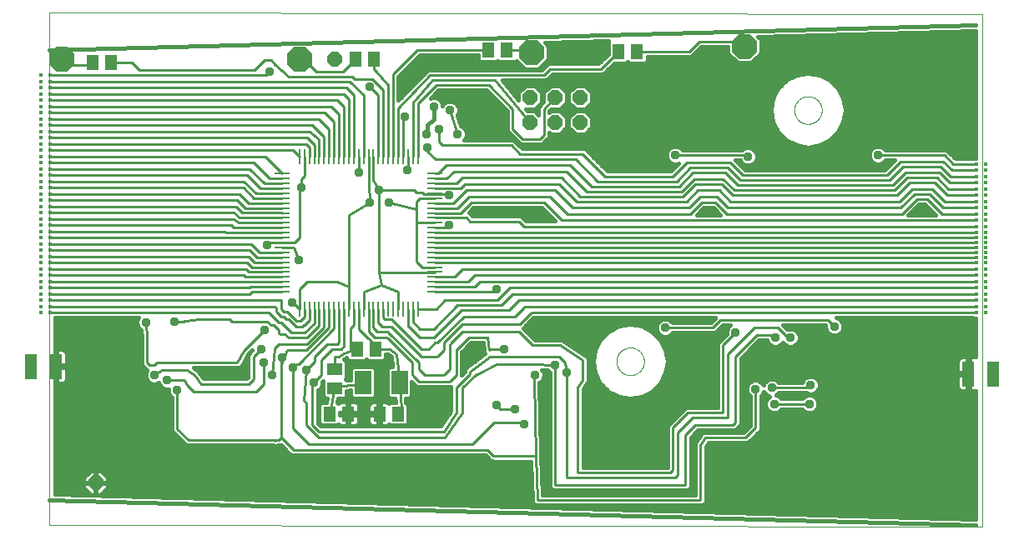
<source format=gbl>
G75*
%MOIN*%
%OFA0B0*%
%FSLAX25Y25*%
%IPPOS*%
%LPD*%
%AMOC8*
5,1,8,0,0,1.08239X$1,22.5*
%
%ADD10C,0.00000*%
%ADD11OC8,0.06000*%
%ADD12R,0.06693X0.09449*%
%ADD13R,0.05118X0.05906*%
%ADD14R,0.06299X0.05118*%
%ADD15R,0.05118X0.06299*%
%ADD16R,0.01063X0.05906*%
%ADD17R,0.05906X0.01063*%
%ADD18OC8,0.10000*%
%ADD19R,0.01500X0.01500*%
%ADD20R,0.05000X0.10000*%
%ADD21C,0.01000*%
%ADD22C,0.01600*%
%ADD23C,0.03762*%
D10*
X0014000Y0001800D02*
X0014000Y0206761D01*
X0386701Y0206261D01*
X0386701Y0001300D01*
X0014000Y0001800D01*
X0240488Y0067300D02*
X0240490Y0067448D01*
X0240496Y0067596D01*
X0240506Y0067744D01*
X0240520Y0067891D01*
X0240538Y0068038D01*
X0240559Y0068184D01*
X0240585Y0068330D01*
X0240615Y0068475D01*
X0240648Y0068619D01*
X0240686Y0068762D01*
X0240727Y0068904D01*
X0240772Y0069045D01*
X0240820Y0069185D01*
X0240873Y0069324D01*
X0240929Y0069461D01*
X0240989Y0069596D01*
X0241052Y0069730D01*
X0241119Y0069862D01*
X0241190Y0069992D01*
X0241264Y0070120D01*
X0241341Y0070246D01*
X0241422Y0070370D01*
X0241506Y0070492D01*
X0241593Y0070611D01*
X0241684Y0070728D01*
X0241778Y0070843D01*
X0241874Y0070955D01*
X0241974Y0071065D01*
X0242076Y0071171D01*
X0242182Y0071275D01*
X0242290Y0071376D01*
X0242401Y0071474D01*
X0242514Y0071570D01*
X0242630Y0071662D01*
X0242748Y0071751D01*
X0242869Y0071836D01*
X0242992Y0071919D01*
X0243117Y0071998D01*
X0243244Y0072074D01*
X0243373Y0072146D01*
X0243504Y0072215D01*
X0243637Y0072280D01*
X0243772Y0072341D01*
X0243908Y0072399D01*
X0244045Y0072454D01*
X0244184Y0072504D01*
X0244325Y0072551D01*
X0244466Y0072594D01*
X0244609Y0072634D01*
X0244753Y0072669D01*
X0244897Y0072701D01*
X0245043Y0072728D01*
X0245189Y0072752D01*
X0245336Y0072772D01*
X0245483Y0072788D01*
X0245630Y0072800D01*
X0245778Y0072808D01*
X0245926Y0072812D01*
X0246074Y0072812D01*
X0246222Y0072808D01*
X0246370Y0072800D01*
X0246517Y0072788D01*
X0246664Y0072772D01*
X0246811Y0072752D01*
X0246957Y0072728D01*
X0247103Y0072701D01*
X0247247Y0072669D01*
X0247391Y0072634D01*
X0247534Y0072594D01*
X0247675Y0072551D01*
X0247816Y0072504D01*
X0247955Y0072454D01*
X0248092Y0072399D01*
X0248228Y0072341D01*
X0248363Y0072280D01*
X0248496Y0072215D01*
X0248627Y0072146D01*
X0248756Y0072074D01*
X0248883Y0071998D01*
X0249008Y0071919D01*
X0249131Y0071836D01*
X0249252Y0071751D01*
X0249370Y0071662D01*
X0249486Y0071570D01*
X0249599Y0071474D01*
X0249710Y0071376D01*
X0249818Y0071275D01*
X0249924Y0071171D01*
X0250026Y0071065D01*
X0250126Y0070955D01*
X0250222Y0070843D01*
X0250316Y0070728D01*
X0250407Y0070611D01*
X0250494Y0070492D01*
X0250578Y0070370D01*
X0250659Y0070246D01*
X0250736Y0070120D01*
X0250810Y0069992D01*
X0250881Y0069862D01*
X0250948Y0069730D01*
X0251011Y0069596D01*
X0251071Y0069461D01*
X0251127Y0069324D01*
X0251180Y0069185D01*
X0251228Y0069045D01*
X0251273Y0068904D01*
X0251314Y0068762D01*
X0251352Y0068619D01*
X0251385Y0068475D01*
X0251415Y0068330D01*
X0251441Y0068184D01*
X0251462Y0068038D01*
X0251480Y0067891D01*
X0251494Y0067744D01*
X0251504Y0067596D01*
X0251510Y0067448D01*
X0251512Y0067300D01*
X0251510Y0067152D01*
X0251504Y0067004D01*
X0251494Y0066856D01*
X0251480Y0066709D01*
X0251462Y0066562D01*
X0251441Y0066416D01*
X0251415Y0066270D01*
X0251385Y0066125D01*
X0251352Y0065981D01*
X0251314Y0065838D01*
X0251273Y0065696D01*
X0251228Y0065555D01*
X0251180Y0065415D01*
X0251127Y0065276D01*
X0251071Y0065139D01*
X0251011Y0065004D01*
X0250948Y0064870D01*
X0250881Y0064738D01*
X0250810Y0064608D01*
X0250736Y0064480D01*
X0250659Y0064354D01*
X0250578Y0064230D01*
X0250494Y0064108D01*
X0250407Y0063989D01*
X0250316Y0063872D01*
X0250222Y0063757D01*
X0250126Y0063645D01*
X0250026Y0063535D01*
X0249924Y0063429D01*
X0249818Y0063325D01*
X0249710Y0063224D01*
X0249599Y0063126D01*
X0249486Y0063030D01*
X0249370Y0062938D01*
X0249252Y0062849D01*
X0249131Y0062764D01*
X0249008Y0062681D01*
X0248883Y0062602D01*
X0248756Y0062526D01*
X0248627Y0062454D01*
X0248496Y0062385D01*
X0248363Y0062320D01*
X0248228Y0062259D01*
X0248092Y0062201D01*
X0247955Y0062146D01*
X0247816Y0062096D01*
X0247675Y0062049D01*
X0247534Y0062006D01*
X0247391Y0061966D01*
X0247247Y0061931D01*
X0247103Y0061899D01*
X0246957Y0061872D01*
X0246811Y0061848D01*
X0246664Y0061828D01*
X0246517Y0061812D01*
X0246370Y0061800D01*
X0246222Y0061792D01*
X0246074Y0061788D01*
X0245926Y0061788D01*
X0245778Y0061792D01*
X0245630Y0061800D01*
X0245483Y0061812D01*
X0245336Y0061828D01*
X0245189Y0061848D01*
X0245043Y0061872D01*
X0244897Y0061899D01*
X0244753Y0061931D01*
X0244609Y0061966D01*
X0244466Y0062006D01*
X0244325Y0062049D01*
X0244184Y0062096D01*
X0244045Y0062146D01*
X0243908Y0062201D01*
X0243772Y0062259D01*
X0243637Y0062320D01*
X0243504Y0062385D01*
X0243373Y0062454D01*
X0243244Y0062526D01*
X0243117Y0062602D01*
X0242992Y0062681D01*
X0242869Y0062764D01*
X0242748Y0062849D01*
X0242630Y0062938D01*
X0242514Y0063030D01*
X0242401Y0063126D01*
X0242290Y0063224D01*
X0242182Y0063325D01*
X0242076Y0063429D01*
X0241974Y0063535D01*
X0241874Y0063645D01*
X0241778Y0063757D01*
X0241684Y0063872D01*
X0241593Y0063989D01*
X0241506Y0064108D01*
X0241422Y0064230D01*
X0241341Y0064354D01*
X0241264Y0064480D01*
X0241190Y0064608D01*
X0241119Y0064738D01*
X0241052Y0064870D01*
X0240989Y0065004D01*
X0240929Y0065139D01*
X0240873Y0065276D01*
X0240820Y0065415D01*
X0240772Y0065555D01*
X0240727Y0065696D01*
X0240686Y0065838D01*
X0240648Y0065981D01*
X0240615Y0066125D01*
X0240585Y0066270D01*
X0240559Y0066416D01*
X0240538Y0066562D01*
X0240520Y0066709D01*
X0240506Y0066856D01*
X0240496Y0067004D01*
X0240490Y0067152D01*
X0240488Y0067300D01*
X0311488Y0167800D02*
X0311490Y0167948D01*
X0311496Y0168096D01*
X0311506Y0168244D01*
X0311520Y0168391D01*
X0311538Y0168538D01*
X0311559Y0168684D01*
X0311585Y0168830D01*
X0311615Y0168975D01*
X0311648Y0169119D01*
X0311686Y0169262D01*
X0311727Y0169404D01*
X0311772Y0169545D01*
X0311820Y0169685D01*
X0311873Y0169824D01*
X0311929Y0169961D01*
X0311989Y0170096D01*
X0312052Y0170230D01*
X0312119Y0170362D01*
X0312190Y0170492D01*
X0312264Y0170620D01*
X0312341Y0170746D01*
X0312422Y0170870D01*
X0312506Y0170992D01*
X0312593Y0171111D01*
X0312684Y0171228D01*
X0312778Y0171343D01*
X0312874Y0171455D01*
X0312974Y0171565D01*
X0313076Y0171671D01*
X0313182Y0171775D01*
X0313290Y0171876D01*
X0313401Y0171974D01*
X0313514Y0172070D01*
X0313630Y0172162D01*
X0313748Y0172251D01*
X0313869Y0172336D01*
X0313992Y0172419D01*
X0314117Y0172498D01*
X0314244Y0172574D01*
X0314373Y0172646D01*
X0314504Y0172715D01*
X0314637Y0172780D01*
X0314772Y0172841D01*
X0314908Y0172899D01*
X0315045Y0172954D01*
X0315184Y0173004D01*
X0315325Y0173051D01*
X0315466Y0173094D01*
X0315609Y0173134D01*
X0315753Y0173169D01*
X0315897Y0173201D01*
X0316043Y0173228D01*
X0316189Y0173252D01*
X0316336Y0173272D01*
X0316483Y0173288D01*
X0316630Y0173300D01*
X0316778Y0173308D01*
X0316926Y0173312D01*
X0317074Y0173312D01*
X0317222Y0173308D01*
X0317370Y0173300D01*
X0317517Y0173288D01*
X0317664Y0173272D01*
X0317811Y0173252D01*
X0317957Y0173228D01*
X0318103Y0173201D01*
X0318247Y0173169D01*
X0318391Y0173134D01*
X0318534Y0173094D01*
X0318675Y0173051D01*
X0318816Y0173004D01*
X0318955Y0172954D01*
X0319092Y0172899D01*
X0319228Y0172841D01*
X0319363Y0172780D01*
X0319496Y0172715D01*
X0319627Y0172646D01*
X0319756Y0172574D01*
X0319883Y0172498D01*
X0320008Y0172419D01*
X0320131Y0172336D01*
X0320252Y0172251D01*
X0320370Y0172162D01*
X0320486Y0172070D01*
X0320599Y0171974D01*
X0320710Y0171876D01*
X0320818Y0171775D01*
X0320924Y0171671D01*
X0321026Y0171565D01*
X0321126Y0171455D01*
X0321222Y0171343D01*
X0321316Y0171228D01*
X0321407Y0171111D01*
X0321494Y0170992D01*
X0321578Y0170870D01*
X0321659Y0170746D01*
X0321736Y0170620D01*
X0321810Y0170492D01*
X0321881Y0170362D01*
X0321948Y0170230D01*
X0322011Y0170096D01*
X0322071Y0169961D01*
X0322127Y0169824D01*
X0322180Y0169685D01*
X0322228Y0169545D01*
X0322273Y0169404D01*
X0322314Y0169262D01*
X0322352Y0169119D01*
X0322385Y0168975D01*
X0322415Y0168830D01*
X0322441Y0168684D01*
X0322462Y0168538D01*
X0322480Y0168391D01*
X0322494Y0168244D01*
X0322504Y0168096D01*
X0322510Y0167948D01*
X0322512Y0167800D01*
X0322510Y0167652D01*
X0322504Y0167504D01*
X0322494Y0167356D01*
X0322480Y0167209D01*
X0322462Y0167062D01*
X0322441Y0166916D01*
X0322415Y0166770D01*
X0322385Y0166625D01*
X0322352Y0166481D01*
X0322314Y0166338D01*
X0322273Y0166196D01*
X0322228Y0166055D01*
X0322180Y0165915D01*
X0322127Y0165776D01*
X0322071Y0165639D01*
X0322011Y0165504D01*
X0321948Y0165370D01*
X0321881Y0165238D01*
X0321810Y0165108D01*
X0321736Y0164980D01*
X0321659Y0164854D01*
X0321578Y0164730D01*
X0321494Y0164608D01*
X0321407Y0164489D01*
X0321316Y0164372D01*
X0321222Y0164257D01*
X0321126Y0164145D01*
X0321026Y0164035D01*
X0320924Y0163929D01*
X0320818Y0163825D01*
X0320710Y0163724D01*
X0320599Y0163626D01*
X0320486Y0163530D01*
X0320370Y0163438D01*
X0320252Y0163349D01*
X0320131Y0163264D01*
X0320008Y0163181D01*
X0319883Y0163102D01*
X0319756Y0163026D01*
X0319627Y0162954D01*
X0319496Y0162885D01*
X0319363Y0162820D01*
X0319228Y0162759D01*
X0319092Y0162701D01*
X0318955Y0162646D01*
X0318816Y0162596D01*
X0318675Y0162549D01*
X0318534Y0162506D01*
X0318391Y0162466D01*
X0318247Y0162431D01*
X0318103Y0162399D01*
X0317957Y0162372D01*
X0317811Y0162348D01*
X0317664Y0162328D01*
X0317517Y0162312D01*
X0317370Y0162300D01*
X0317222Y0162292D01*
X0317074Y0162288D01*
X0316926Y0162288D01*
X0316778Y0162292D01*
X0316630Y0162300D01*
X0316483Y0162312D01*
X0316336Y0162328D01*
X0316189Y0162348D01*
X0316043Y0162372D01*
X0315897Y0162399D01*
X0315753Y0162431D01*
X0315609Y0162466D01*
X0315466Y0162506D01*
X0315325Y0162549D01*
X0315184Y0162596D01*
X0315045Y0162646D01*
X0314908Y0162701D01*
X0314772Y0162759D01*
X0314637Y0162820D01*
X0314504Y0162885D01*
X0314373Y0162954D01*
X0314244Y0163026D01*
X0314117Y0163102D01*
X0313992Y0163181D01*
X0313869Y0163264D01*
X0313748Y0163349D01*
X0313630Y0163438D01*
X0313514Y0163530D01*
X0313401Y0163626D01*
X0313290Y0163724D01*
X0313182Y0163825D01*
X0313076Y0163929D01*
X0312974Y0164035D01*
X0312874Y0164145D01*
X0312778Y0164257D01*
X0312684Y0164372D01*
X0312593Y0164489D01*
X0312506Y0164608D01*
X0312422Y0164730D01*
X0312341Y0164854D01*
X0312264Y0164980D01*
X0312190Y0165108D01*
X0312119Y0165238D01*
X0312052Y0165370D01*
X0311989Y0165504D01*
X0311929Y0165639D01*
X0311873Y0165776D01*
X0311820Y0165915D01*
X0311772Y0166055D01*
X0311727Y0166196D01*
X0311686Y0166338D01*
X0311648Y0166481D01*
X0311615Y0166625D01*
X0311585Y0166770D01*
X0311559Y0166916D01*
X0311538Y0167062D01*
X0311520Y0167209D01*
X0311506Y0167356D01*
X0311496Y0167504D01*
X0311490Y0167652D01*
X0311488Y0167800D01*
D11*
X0226000Y0162800D03*
X0216000Y0162800D03*
X0206000Y0162800D03*
X0206000Y0172800D03*
X0216000Y0172800D03*
X0226000Y0172800D03*
X0128000Y0188300D03*
X0032500Y0018800D03*
D12*
X0139217Y0058800D03*
X0153783Y0058800D03*
D13*
X0153240Y0046300D03*
X0145760Y0046300D03*
X0133240Y0046300D03*
X0125760Y0046300D03*
D14*
X0128000Y0056560D03*
X0128000Y0064040D03*
D15*
X0136760Y0072300D03*
X0144240Y0072300D03*
X0038740Y0186800D03*
X0031260Y0186800D03*
X0136260Y0188300D03*
X0143740Y0188300D03*
X0189260Y0191800D03*
X0196740Y0191800D03*
X0241260Y0191300D03*
X0248740Y0191300D03*
D16*
X0161122Y0149312D03*
X0159154Y0149312D03*
X0157185Y0149312D03*
X0155217Y0149312D03*
X0153248Y0149312D03*
X0151280Y0149312D03*
X0149311Y0149312D03*
X0147343Y0149312D03*
X0145374Y0149312D03*
X0143406Y0149312D03*
X0141437Y0149312D03*
X0139469Y0149312D03*
X0137500Y0149312D03*
X0135531Y0149312D03*
X0133563Y0149312D03*
X0131594Y0149312D03*
X0129626Y0149312D03*
X0127657Y0149312D03*
X0125689Y0149312D03*
X0123720Y0149312D03*
X0121752Y0149312D03*
X0119783Y0149312D03*
X0117815Y0149312D03*
X0115846Y0149312D03*
X0113878Y0149312D03*
X0113878Y0088288D03*
X0115846Y0088288D03*
X0117815Y0088288D03*
X0119783Y0088288D03*
X0121752Y0088288D03*
X0123720Y0088288D03*
X0125689Y0088288D03*
X0127657Y0088288D03*
X0129626Y0088288D03*
X0131594Y0088288D03*
X0133563Y0088288D03*
X0135531Y0088288D03*
X0137500Y0088288D03*
X0139469Y0088288D03*
X0141437Y0088288D03*
X0143406Y0088288D03*
X0145374Y0088288D03*
X0147343Y0088288D03*
X0149311Y0088288D03*
X0151280Y0088288D03*
X0153248Y0088288D03*
X0155217Y0088288D03*
X0157185Y0088288D03*
X0159154Y0088288D03*
X0161122Y0088288D03*
D17*
X0168012Y0095178D03*
X0168012Y0097146D03*
X0168012Y0099115D03*
X0168012Y0101083D03*
X0168012Y0103052D03*
X0168012Y0105020D03*
X0168012Y0106989D03*
X0168012Y0108957D03*
X0168012Y0110926D03*
X0168012Y0112894D03*
X0168012Y0114863D03*
X0168012Y0116831D03*
X0168012Y0118800D03*
X0168012Y0120769D03*
X0168012Y0122737D03*
X0168012Y0124706D03*
X0168012Y0126674D03*
X0168012Y0128643D03*
X0168012Y0130611D03*
X0168012Y0132580D03*
X0168012Y0134548D03*
X0168012Y0136517D03*
X0168012Y0138485D03*
X0168012Y0140454D03*
X0168012Y0142422D03*
X0106988Y0142422D03*
X0106988Y0140454D03*
X0106988Y0138485D03*
X0106988Y0136517D03*
X0106988Y0134548D03*
X0106988Y0132580D03*
X0106988Y0130611D03*
X0106988Y0128643D03*
X0106988Y0126674D03*
X0106988Y0124706D03*
X0106988Y0122737D03*
X0106988Y0120769D03*
X0106988Y0118800D03*
X0106988Y0116831D03*
X0106988Y0114863D03*
X0106988Y0112894D03*
X0106988Y0110926D03*
X0106988Y0108957D03*
X0106988Y0106989D03*
X0106988Y0105020D03*
X0106988Y0103052D03*
X0106988Y0101083D03*
X0106988Y0099115D03*
X0106988Y0097146D03*
X0106988Y0095178D03*
D18*
X0114000Y0188300D03*
X0206500Y0190800D03*
X0291500Y0193300D03*
X0019000Y0188300D03*
D19*
X0014287Y0181800D03*
X0010713Y0181800D03*
X0010713Y0179300D03*
X0010713Y0176800D03*
X0010713Y0174300D03*
X0010713Y0171800D03*
X0010713Y0169300D03*
X0010713Y0166800D03*
X0014287Y0166800D03*
X0014287Y0169300D03*
X0014287Y0171800D03*
X0014287Y0174300D03*
X0014287Y0176800D03*
X0014287Y0179300D03*
X0014287Y0164300D03*
X0014287Y0161800D03*
X0014287Y0159300D03*
X0014287Y0156800D03*
X0014287Y0154300D03*
X0014287Y0151800D03*
X0010713Y0151800D03*
X0010713Y0154300D03*
X0010713Y0156800D03*
X0010713Y0159300D03*
X0010713Y0161800D03*
X0010713Y0164300D03*
X0010713Y0149300D03*
X0010713Y0146800D03*
X0010713Y0144300D03*
X0010713Y0141800D03*
X0010713Y0139300D03*
X0010713Y0136800D03*
X0014287Y0136800D03*
X0014287Y0139300D03*
X0014287Y0141800D03*
X0014287Y0144300D03*
X0014287Y0146800D03*
X0014287Y0149300D03*
X0014287Y0134300D03*
X0014287Y0131800D03*
X0014287Y0129300D03*
X0014287Y0126800D03*
X0014287Y0124300D03*
X0014287Y0121800D03*
X0010713Y0121800D03*
X0010713Y0124300D03*
X0010713Y0126800D03*
X0010713Y0129300D03*
X0010713Y0131800D03*
X0010713Y0134300D03*
X0010713Y0119300D03*
X0010713Y0116800D03*
X0010713Y0114300D03*
X0010713Y0111800D03*
X0010713Y0109300D03*
X0010713Y0106800D03*
X0014287Y0106800D03*
X0014287Y0109300D03*
X0014287Y0111800D03*
X0014287Y0114300D03*
X0014287Y0116800D03*
X0014287Y0119300D03*
X0014287Y0104300D03*
X0014287Y0101800D03*
X0014287Y0099300D03*
X0014287Y0096800D03*
X0014287Y0094300D03*
X0010713Y0094300D03*
X0010713Y0096800D03*
X0010713Y0099300D03*
X0010713Y0101800D03*
X0010713Y0104300D03*
X0010713Y0091800D03*
X0010713Y0089300D03*
X0010713Y0086800D03*
X0014287Y0086800D03*
X0014287Y0089300D03*
X0014287Y0091800D03*
X0384213Y0091800D03*
X0384213Y0089300D03*
X0384213Y0086800D03*
X0387787Y0086800D03*
X0387787Y0089300D03*
X0387787Y0091800D03*
X0387787Y0094300D03*
X0387787Y0096800D03*
X0387787Y0099300D03*
X0387787Y0101800D03*
X0387787Y0104300D03*
X0384213Y0104300D03*
X0384213Y0101800D03*
X0384213Y0099300D03*
X0384213Y0096800D03*
X0384213Y0094300D03*
X0384213Y0106800D03*
X0384213Y0108800D03*
X0384213Y0110800D03*
X0384213Y0112800D03*
X0384213Y0114800D03*
X0384213Y0116800D03*
X0384213Y0118800D03*
X0384213Y0121300D03*
X0384213Y0123800D03*
X0387787Y0123800D03*
X0387787Y0121300D03*
X0387787Y0118800D03*
X0387787Y0116800D03*
X0387787Y0114800D03*
X0387787Y0112800D03*
X0387787Y0110800D03*
X0387787Y0108800D03*
X0387787Y0106800D03*
X0387787Y0126300D03*
X0387787Y0128800D03*
X0387787Y0131300D03*
X0387787Y0133800D03*
X0387787Y0136300D03*
X0387787Y0138800D03*
X0384213Y0138800D03*
X0384213Y0136300D03*
X0384213Y0133800D03*
X0384213Y0131300D03*
X0384213Y0128800D03*
X0384213Y0126300D03*
X0384213Y0141300D03*
X0384213Y0143800D03*
X0384213Y0146300D03*
X0387787Y0146300D03*
X0387787Y0143800D03*
X0387787Y0141300D03*
D20*
X0391000Y0062300D03*
X0381000Y0062300D03*
X0016500Y0065300D03*
X0006500Y0065300D03*
D21*
X0014000Y0086800D02*
X0101500Y0086800D01*
X0105500Y0082800D01*
X0106500Y0082800D01*
X0110500Y0078800D01*
X0116000Y0078800D01*
X0119783Y0082583D01*
X0119783Y0088288D01*
X0117815Y0088288D02*
X0117815Y0083800D01*
X0115815Y0081800D01*
X0115500Y0081800D01*
X0115000Y0081300D01*
X0112500Y0081300D01*
X0109500Y0084300D01*
X0108500Y0084300D01*
X0107500Y0085300D01*
X0106500Y0085300D01*
X0104500Y0087300D01*
X0104500Y0088800D01*
X0104000Y0089300D01*
X0014000Y0089300D01*
X0014000Y0091800D02*
X0106500Y0091800D01*
X0106500Y0088300D01*
X0107500Y0087300D01*
X0109000Y0087300D01*
X0112654Y0083646D01*
X0114346Y0083646D01*
X0116000Y0085300D01*
X0116000Y0088135D01*
X0115846Y0088288D01*
X0113878Y0088288D02*
X0111366Y0090800D01*
X0111000Y0090800D01*
X0113878Y0088288D02*
X0113878Y0096300D01*
X0116878Y0099300D01*
X0129000Y0099300D01*
X0133563Y0097237D01*
X0133563Y0088288D01*
X0135531Y0088288D02*
X0135500Y0085757D01*
X0135500Y0081800D01*
X0134123Y0080423D01*
X0134123Y0071428D01*
X0131500Y0070560D01*
X0129500Y0069300D01*
X0128000Y0069300D01*
X0128000Y0064040D01*
X0122500Y0061800D02*
X0119500Y0058800D01*
X0119000Y0058300D01*
X0119000Y0041800D01*
X0121500Y0039300D01*
X0171500Y0039300D01*
X0176500Y0046800D01*
X0176500Y0056800D01*
X0182000Y0062300D01*
X0182000Y0063300D01*
X0190000Y0069300D01*
X0217500Y0069300D01*
X0220000Y0066800D01*
X0220500Y0062800D01*
X0220500Y0020800D01*
X0264000Y0020800D01*
X0265000Y0021800D01*
X0265000Y0038800D01*
X0271000Y0044800D01*
X0285000Y0044800D01*
X0285000Y0070300D01*
X0295500Y0080800D01*
X0305000Y0080800D01*
X0309000Y0076800D01*
X0310000Y0076800D01*
X0304000Y0076800D02*
X0303000Y0076800D01*
X0302000Y0077800D01*
X0296500Y0077800D01*
X0288000Y0069300D01*
X0288000Y0042800D01*
X0287000Y0041800D01*
X0272000Y0041800D01*
X0268000Y0037800D01*
X0268000Y0017800D01*
X0216000Y0017800D01*
X0216000Y0065800D01*
X0207000Y0066300D01*
X0192500Y0066300D01*
X0185000Y0062300D01*
X0184500Y0062300D01*
X0179000Y0056800D01*
X0179000Y0046800D01*
X0172000Y0036800D01*
X0121500Y0036800D01*
X0116500Y0041800D01*
X0116500Y0050818D01*
X0115635Y0051683D01*
X0116500Y0063800D01*
X0120000Y0067300D01*
X0120000Y0069300D01*
X0125000Y0074300D01*
X0129000Y0074300D01*
X0129626Y0074926D01*
X0129626Y0088288D01*
X0131500Y0088288D02*
X0131594Y0088288D01*
X0131594Y0073394D01*
X0130500Y0072300D01*
X0127000Y0072300D01*
X0122500Y0067800D01*
X0122500Y0061800D01*
X0128000Y0057040D02*
X0125760Y0046300D01*
X0133240Y0046300D02*
X0145760Y0046300D01*
X0153240Y0046300D02*
X0154500Y0047800D01*
X0153783Y0058800D01*
X0152500Y0070300D01*
X0150000Y0072300D01*
X0144240Y0072300D01*
X0144000Y0073040D01*
X0144000Y0074300D01*
X0141000Y0076800D01*
X0137500Y0080300D01*
X0137500Y0088288D01*
X0139469Y0088288D02*
X0139469Y0095300D01*
X0146500Y0097800D01*
X0145500Y0102800D01*
X0168012Y0102800D01*
X0168012Y0103052D01*
X0168012Y0105020D02*
X0163012Y0104800D01*
X0160500Y0107300D01*
X0160500Y0122800D01*
X0160563Y0122737D01*
X0168012Y0122737D01*
X0168012Y0120769D02*
X0172969Y0120769D01*
X0173500Y0121800D01*
X0168012Y0124706D02*
X0180594Y0124706D01*
X0182000Y0123300D01*
X0201500Y0123300D01*
X0203500Y0121300D01*
X0384000Y0121300D01*
X0384000Y0118800D02*
X0168012Y0118800D01*
X0168012Y0116831D02*
X0383969Y0116831D01*
X0384000Y0116800D01*
X0383937Y0114863D02*
X0384000Y0114800D01*
X0383937Y0114863D02*
X0168012Y0114863D01*
X0168012Y0112894D02*
X0383906Y0112894D01*
X0384000Y0112800D01*
X0383874Y0110926D02*
X0384000Y0110800D01*
X0383874Y0110926D02*
X0168012Y0110926D01*
X0168012Y0108957D02*
X0383843Y0108957D01*
X0384000Y0108800D01*
X0383811Y0106989D02*
X0384000Y0106800D01*
X0383811Y0106989D02*
X0168012Y0106989D01*
X0168012Y0101083D02*
X0175783Y0101083D01*
X0179000Y0104300D01*
X0384000Y0104300D01*
X0384000Y0101800D02*
X0184000Y0101800D01*
X0181315Y0099115D01*
X0168012Y0099115D01*
X0168012Y0097146D02*
X0183846Y0097146D01*
X0186000Y0099300D01*
X0384000Y0099300D01*
X0384000Y0096800D02*
X0198000Y0096800D01*
X0193000Y0091800D01*
X0172000Y0091800D01*
X0168488Y0088288D01*
X0161122Y0088288D01*
X0161207Y0088203D01*
X0159154Y0088288D02*
X0159154Y0083146D01*
X0162000Y0080300D01*
X0167500Y0080300D01*
X0177000Y0089800D01*
X0194500Y0089800D01*
X0199000Y0094300D01*
X0384000Y0094300D01*
X0384000Y0091800D02*
X0201500Y0091800D01*
X0197500Y0087800D01*
X0178500Y0087800D01*
X0167500Y0076800D01*
X0161914Y0076800D01*
X0157478Y0081236D01*
X0157185Y0081943D02*
X0157185Y0088288D01*
X0153248Y0088288D02*
X0153248Y0095300D01*
X0146500Y0097800D01*
X0145500Y0102800D02*
X0145500Y0135800D01*
X0156500Y0135800D01*
X0159500Y0135800D01*
X0160500Y0134800D01*
X0163000Y0134800D01*
X0163500Y0134300D01*
X0167764Y0134300D01*
X0168012Y0134548D01*
X0168260Y0134300D01*
X0172000Y0134300D01*
X0172500Y0133800D01*
X0173500Y0133800D01*
X0175311Y0130611D02*
X0168012Y0130611D01*
X0168012Y0128643D02*
X0176843Y0128643D01*
X0181500Y0133300D01*
X0214000Y0133300D01*
X0221000Y0126300D01*
X0270000Y0126300D01*
X0274500Y0130800D01*
X0280000Y0130800D01*
X0284500Y0126300D01*
X0354500Y0126300D01*
X0360500Y0132300D01*
X0364500Y0132300D01*
X0370500Y0126300D01*
X0384000Y0126300D01*
X0384000Y0128800D02*
X0371000Y0128800D01*
X0365500Y0134300D01*
X0359500Y0134300D01*
X0354000Y0128800D01*
X0285000Y0128800D01*
X0280500Y0133300D01*
X0274000Y0133300D01*
X0269500Y0128800D01*
X0223000Y0128800D01*
X0216000Y0135800D01*
X0180500Y0135800D01*
X0175311Y0130611D01*
X0178374Y0126674D02*
X0182500Y0130800D01*
X0211500Y0130800D01*
X0218500Y0123800D01*
X0384000Y0123800D01*
X0384000Y0131300D02*
X0371500Y0131300D01*
X0366500Y0136300D01*
X0358500Y0136300D01*
X0353500Y0131300D01*
X0286000Y0131300D01*
X0281500Y0135800D01*
X0273000Y0135800D01*
X0268500Y0131300D01*
X0224500Y0131300D01*
X0217500Y0138300D01*
X0180000Y0138300D01*
X0178217Y0136517D01*
X0168012Y0136517D01*
X0168012Y0138485D02*
X0176685Y0138485D01*
X0179000Y0140800D01*
X0218500Y0140800D01*
X0226000Y0133300D01*
X0267000Y0133300D01*
X0272000Y0138300D01*
X0282500Y0138300D01*
X0287000Y0133800D01*
X0352500Y0133800D01*
X0357500Y0138800D01*
X0367500Y0138800D01*
X0372500Y0133800D01*
X0384000Y0133800D01*
X0384000Y0136300D02*
X0373000Y0136300D01*
X0368500Y0140800D01*
X0356500Y0140800D01*
X0351500Y0135800D01*
X0287500Y0135800D01*
X0283000Y0140300D01*
X0271500Y0140300D01*
X0266500Y0135300D01*
X0228500Y0135300D01*
X0220500Y0143300D01*
X0175500Y0143300D01*
X0172654Y0140454D01*
X0168012Y0140454D01*
X0168012Y0142422D02*
X0169122Y0142422D01*
X0172500Y0145800D01*
X0222000Y0145800D01*
X0230500Y0137300D01*
X0265500Y0137300D01*
X0271000Y0142800D01*
X0284000Y0142800D01*
X0289000Y0137800D01*
X0351000Y0137800D01*
X0356000Y0142800D01*
X0369500Y0142800D01*
X0373500Y0138800D01*
X0384000Y0138800D01*
X0384000Y0141300D02*
X0374000Y0141300D01*
X0370000Y0145300D01*
X0355000Y0145300D01*
X0349500Y0139800D01*
X0290000Y0139800D01*
X0285000Y0144800D01*
X0270000Y0144800D01*
X0264500Y0139300D01*
X0233000Y0139300D01*
X0224250Y0148050D01*
X0168250Y0148050D01*
X0165000Y0151300D01*
X0165000Y0152800D01*
X0169500Y0155300D02*
X0169500Y0160300D01*
X0177000Y0158300D02*
X0174000Y0167800D01*
X0168500Y0177800D02*
X0161122Y0170422D01*
X0161122Y0149312D01*
X0159154Y0149312D02*
X0159154Y0170954D01*
X0167000Y0179800D01*
X0192000Y0179800D01*
X0206000Y0162800D01*
X0203000Y0156300D02*
X0199000Y0160300D01*
X0199000Y0168300D01*
X0189500Y0177800D01*
X0168500Y0177800D01*
X0166000Y0181800D02*
X0153248Y0168548D01*
X0153248Y0149312D01*
X0151280Y0149312D02*
X0151280Y0182080D01*
X0161000Y0191800D01*
X0189260Y0191800D01*
X0196740Y0191800D02*
X0205500Y0191800D01*
X0206500Y0190800D01*
X0214000Y0184300D02*
X0234260Y0184300D01*
X0241260Y0191300D01*
X0248740Y0191300D02*
X0269500Y0191300D01*
X0273500Y0195300D01*
X0289500Y0195300D01*
X0291500Y0193300D01*
X0216000Y0172800D02*
X0211500Y0168300D01*
X0211500Y0157800D01*
X0210000Y0156300D01*
X0203000Y0156300D01*
X0198500Y0153800D02*
X0202000Y0150300D01*
X0227000Y0150300D01*
X0236000Y0141300D01*
X0263000Y0141300D01*
X0268500Y0146800D01*
X0286000Y0146800D01*
X0291000Y0141800D01*
X0348500Y0141800D01*
X0354000Y0147300D01*
X0371000Y0147300D01*
X0374500Y0143800D01*
X0384000Y0143800D01*
X0384000Y0146300D02*
X0375000Y0146300D01*
X0371500Y0149800D01*
X0345000Y0149800D01*
X0293000Y0149300D02*
X0292500Y0149800D01*
X0264000Y0149800D01*
X0214000Y0184300D02*
X0211500Y0181800D01*
X0166000Y0181800D01*
X0149311Y0177989D02*
X0144500Y0183300D01*
X0143740Y0184060D01*
X0143740Y0188300D01*
X0136260Y0188300D02*
X0131260Y0183300D01*
X0120500Y0183300D01*
X0115500Y0188300D01*
X0114000Y0188300D01*
X0109500Y0181300D02*
X0104000Y0186300D01*
X0102500Y0187800D01*
X0100000Y0187800D01*
X0096000Y0183800D01*
X0050000Y0183800D01*
X0047000Y0186800D01*
X0038740Y0186800D01*
X0031260Y0186800D02*
X0030260Y0185800D01*
X0023000Y0185800D01*
X0020500Y0188300D01*
X0019000Y0188300D01*
X0014000Y0181800D02*
X0100500Y0181800D01*
X0102000Y0183300D01*
X0109500Y0181300D02*
X0135000Y0181300D01*
X0136000Y0180300D01*
X0143000Y0180300D01*
X0147343Y0175957D01*
X0147343Y0149312D01*
X0149311Y0149312D02*
X0149311Y0177989D01*
X0145374Y0173926D02*
X0142000Y0177300D01*
X0139469Y0173831D02*
X0134000Y0179300D01*
X0014000Y0179300D01*
X0014000Y0176800D02*
X0132500Y0176800D01*
X0135531Y0173769D01*
X0135531Y0149312D01*
X0133563Y0149312D02*
X0133563Y0172237D01*
X0131500Y0174300D01*
X0014000Y0174300D01*
X0014000Y0171800D02*
X0129000Y0171800D01*
X0131594Y0169206D01*
X0131594Y0149312D01*
X0129626Y0149312D02*
X0129626Y0166174D01*
X0126500Y0169300D01*
X0014000Y0169300D01*
X0014000Y0166800D02*
X0124000Y0166800D01*
X0127657Y0163143D01*
X0127657Y0149312D01*
X0125689Y0149312D02*
X0125689Y0160111D01*
X0121500Y0164300D01*
X0014000Y0164300D01*
X0014000Y0161800D02*
X0119000Y0161800D01*
X0123720Y0157080D01*
X0123720Y0149312D01*
X0121752Y0149312D02*
X0121752Y0155800D01*
X0121500Y0156052D01*
X0118000Y0159300D01*
X0014000Y0159300D01*
X0014000Y0156800D02*
X0117000Y0156800D01*
X0119783Y0154017D01*
X0119783Y0149312D01*
X0117815Y0149312D02*
X0117815Y0152985D01*
X0116500Y0154300D01*
X0014000Y0154300D01*
X0014000Y0151800D02*
X0111390Y0151800D01*
X0113878Y0149312D01*
X0115846Y0149312D02*
X0115846Y0141646D01*
X0114500Y0140300D01*
X0114500Y0136800D01*
X0114000Y0136300D01*
X0114000Y0116800D01*
X0112063Y0114863D01*
X0106988Y0114863D01*
X0101063Y0114863D01*
X0101000Y0113800D01*
X0106988Y0112894D02*
X0111500Y0112894D01*
X0113500Y0107800D01*
X0106988Y0106989D02*
X0095811Y0106989D01*
X0093500Y0109300D01*
X0014000Y0109300D01*
X0014000Y0106800D02*
X0093000Y0106800D01*
X0094780Y0105020D01*
X0106988Y0105020D01*
X0106988Y0103052D02*
X0093748Y0103052D01*
X0092500Y0104300D01*
X0014000Y0104300D01*
X0014000Y0101800D02*
X0091500Y0101800D01*
X0092217Y0101083D01*
X0106988Y0101083D01*
X0106988Y0099115D02*
X0089185Y0099115D01*
X0089000Y0099300D01*
X0014000Y0099300D01*
X0014000Y0096800D02*
X0094000Y0096800D01*
X0094346Y0097146D01*
X0106988Y0097146D01*
X0106988Y0095178D02*
X0094878Y0095178D01*
X0094000Y0094300D01*
X0014000Y0094300D01*
X0014000Y0111800D02*
X0094000Y0111800D01*
X0096843Y0108957D01*
X0106988Y0108957D01*
X0106988Y0110926D02*
X0097874Y0110926D01*
X0094500Y0114300D01*
X0014000Y0114300D01*
X0014000Y0116800D02*
X0106957Y0116800D01*
X0106988Y0116831D01*
X0106988Y0114863D02*
X0106988Y0114800D01*
X0106988Y0118800D02*
X0084500Y0118800D01*
X0084000Y0119300D01*
X0014000Y0119300D01*
X0014000Y0121800D02*
X0086500Y0121800D01*
X0087531Y0120769D01*
X0106988Y0120769D01*
X0106988Y0122737D02*
X0089437Y0122737D01*
X0087500Y0124300D01*
X0014000Y0124300D01*
X0014000Y0126800D02*
X0087500Y0126800D01*
X0090000Y0124800D01*
X0091906Y0124706D01*
X0106988Y0124706D01*
X0106988Y0126674D02*
X0106862Y0126800D01*
X0091000Y0126800D01*
X0088500Y0129300D01*
X0014000Y0129300D01*
X0014000Y0131800D02*
X0089000Y0131800D01*
X0092157Y0128643D01*
X0106988Y0128643D01*
X0106988Y0130611D02*
X0093689Y0130611D01*
X0090000Y0134300D01*
X0014000Y0134300D01*
X0014000Y0136800D02*
X0091500Y0136800D01*
X0095720Y0132580D01*
X0106988Y0132580D01*
X0106988Y0134548D02*
X0096748Y0134548D01*
X0091500Y0139300D01*
X0014000Y0139300D01*
X0014000Y0141800D02*
X0093000Y0141800D01*
X0098283Y0136517D01*
X0106988Y0136517D01*
X0106988Y0138485D02*
X0099815Y0138485D01*
X0094000Y0144300D01*
X0014000Y0144300D01*
X0014000Y0146800D02*
X0095642Y0146800D01*
X0101988Y0140454D01*
X0106988Y0140454D01*
X0106988Y0142422D02*
X0100110Y0149300D01*
X0014000Y0149300D01*
X0121752Y0088288D02*
X0121752Y0081552D01*
X0117000Y0076800D01*
X0109500Y0076800D01*
X0108000Y0078300D01*
X0106000Y0078300D01*
X0105500Y0078800D01*
X0105500Y0079800D01*
X0103572Y0081728D01*
X0102572Y0081728D01*
X0101000Y0083300D01*
X0087000Y0083300D01*
X0086000Y0084300D01*
X0076500Y0084300D01*
X0076440Y0084240D01*
X0076440Y0084241D02*
X0076451Y0084253D01*
X0076459Y0084268D01*
X0076463Y0084284D01*
X0076465Y0084300D01*
X0076296Y0084300D02*
X0074000Y0084300D01*
X0068293Y0083593D01*
X0065086Y0083300D02*
X0064000Y0083300D01*
X0065086Y0083300D02*
X0065208Y0083264D01*
X0065331Y0083232D01*
X0065455Y0083203D01*
X0065579Y0083179D01*
X0065705Y0083158D01*
X0065831Y0083140D01*
X0065957Y0083127D01*
X0066084Y0083118D01*
X0066211Y0083112D01*
X0066338Y0083110D01*
X0066465Y0083112D01*
X0066592Y0083118D01*
X0066719Y0083127D01*
X0066845Y0083141D01*
X0066971Y0083158D01*
X0067096Y0083179D01*
X0067221Y0083204D01*
X0067345Y0083233D01*
X0067468Y0083265D01*
X0067590Y0083301D01*
X0067710Y0083341D01*
X0067830Y0083384D01*
X0067948Y0083431D01*
X0068065Y0083481D01*
X0068180Y0083535D01*
X0068293Y0083593D01*
X0076296Y0084300D02*
X0076323Y0084298D01*
X0076349Y0084293D01*
X0076374Y0084284D01*
X0076398Y0084273D01*
X0076420Y0084258D01*
X0076440Y0084240D01*
X0091586Y0071386D02*
X0089086Y0066800D01*
X0057000Y0066800D01*
X0056000Y0065800D01*
X0054000Y0065800D01*
X0053000Y0066800D01*
X0053000Y0076800D01*
X0052500Y0082800D01*
X0059000Y0063800D02*
X0069000Y0063800D01*
X0072000Y0061800D01*
X0074500Y0058300D01*
X0093500Y0058300D01*
X0095500Y0060300D01*
X0095500Y0069300D01*
X0098500Y0072300D01*
X0091586Y0071386D02*
X0100000Y0079800D01*
X0105746Y0074300D02*
X0103934Y0072488D01*
X0103000Y0062214D01*
X0103000Y0061800D01*
X0099500Y0058300D02*
X0099500Y0066800D01*
X0106500Y0068300D02*
X0107000Y0068800D01*
X0107000Y0067300D01*
X0109000Y0071800D01*
X0116500Y0071800D01*
X0125689Y0080989D01*
X0125689Y0088288D01*
X0127657Y0088288D02*
X0127657Y0080457D01*
X0113500Y0066300D01*
X0112780Y0066300D01*
X0111280Y0064800D01*
X0111280Y0040520D01*
X0117500Y0034300D01*
X0183000Y0034300D01*
X0191500Y0042800D01*
X0203000Y0042800D01*
X0203500Y0042300D01*
X0200000Y0048300D02*
X0194000Y0048300D01*
X0192500Y0049800D01*
X0207500Y0059800D02*
X0208268Y0029374D01*
X0191841Y0029374D01*
X0191133Y0029667D02*
X0189000Y0031800D01*
X0111500Y0031800D01*
X0106500Y0036800D01*
X0105500Y0035800D01*
X0104000Y0035800D01*
X0104207Y0035593D01*
X0104000Y0035800D02*
X0069500Y0035800D01*
X0065000Y0040300D01*
X0065000Y0055800D01*
X0069000Y0057800D02*
X0071500Y0055300D01*
X0096500Y0055300D01*
X0099500Y0058300D01*
X0106793Y0066507D02*
X0107000Y0068800D01*
X0106500Y0068300D02*
X0106500Y0036800D01*
X0091500Y0027898D02*
X0082402Y0018800D01*
X0032500Y0018800D01*
X0061000Y0059800D02*
X0068000Y0059800D01*
X0069000Y0057800D01*
X0059000Y0063800D02*
X0056000Y0061800D01*
X0105746Y0074300D02*
X0117000Y0074300D01*
X0123720Y0081020D01*
X0123720Y0088288D01*
X0133563Y0097237D02*
X0133563Y0107800D01*
X0133500Y0108800D01*
X0133500Y0125800D01*
X0142000Y0130800D01*
X0141437Y0138800D01*
X0141437Y0149312D01*
X0139469Y0149312D02*
X0139469Y0173831D01*
X0145374Y0173926D02*
X0145374Y0149312D01*
X0143406Y0149312D02*
X0143406Y0139800D01*
X0145500Y0135800D01*
X0149500Y0130800D02*
X0160500Y0128300D01*
X0160500Y0131300D01*
X0161780Y0132580D01*
X0168012Y0132580D01*
X0160500Y0128300D02*
X0160500Y0122800D01*
X0168012Y0126674D02*
X0178374Y0126674D01*
X0157012Y0135800D02*
X0156500Y0135800D01*
X0157000Y0143800D02*
X0157185Y0143985D01*
X0157185Y0149312D01*
X0155217Y0149312D02*
X0155217Y0164517D01*
X0156000Y0165300D01*
X0169500Y0155300D02*
X0171000Y0153800D01*
X0198500Y0153800D01*
X0137500Y0149312D02*
X0137500Y0142800D01*
X0191378Y0095178D02*
X0192500Y0096300D01*
X0191378Y0095178D02*
X0168012Y0095178D01*
X0179500Y0085300D02*
X0200000Y0085300D01*
X0203707Y0089007D01*
X0204414Y0089300D02*
X0384000Y0089300D01*
X0384000Y0086800D02*
X0206914Y0086800D01*
X0206207Y0086507D02*
X0202000Y0082300D01*
X0179000Y0082300D01*
X0171500Y0074800D01*
X0171500Y0071800D01*
X0169293Y0069593D01*
X0168586Y0069300D02*
X0162500Y0069300D01*
X0150500Y0081300D01*
X0147000Y0081300D01*
X0145374Y0082926D01*
X0145374Y0088288D01*
X0143406Y0088288D02*
X0143406Y0080894D01*
X0145000Y0079300D01*
X0148586Y0079300D01*
X0149293Y0079007D02*
X0161500Y0066800D01*
X0161500Y0064714D01*
X0161793Y0064007D02*
X0164000Y0061800D01*
X0171086Y0061800D01*
X0171793Y0062093D02*
X0174000Y0064300D01*
X0174000Y0073886D01*
X0174293Y0074593D02*
X0179000Y0079300D01*
X0201500Y0079300D01*
X0207000Y0073800D01*
X0218000Y0073800D01*
X0227000Y0067800D01*
X0227000Y0059800D01*
X0225000Y0056800D01*
X0225000Y0022800D01*
X0262000Y0022800D01*
X0263000Y0023800D01*
X0263000Y0040800D01*
X0269000Y0046800D01*
X0283000Y0046800D01*
X0283000Y0073800D01*
X0288000Y0078800D01*
X0282000Y0083800D02*
X0279000Y0080800D01*
X0260000Y0080800D01*
X0282000Y0083800D02*
X0325000Y0083800D01*
X0327500Y0081300D01*
X0318000Y0057800D02*
X0317000Y0056800D01*
X0302500Y0056800D01*
X0296000Y0056300D02*
X0296000Y0040800D01*
X0292000Y0036800D01*
X0276000Y0036800D01*
X0274000Y0033800D01*
X0274000Y0011800D01*
X0209000Y0011800D01*
X0208268Y0029374D01*
X0191841Y0029374D02*
X0191781Y0029376D01*
X0191720Y0029381D01*
X0191661Y0029390D01*
X0191602Y0029403D01*
X0191543Y0029419D01*
X0191486Y0029439D01*
X0191431Y0029462D01*
X0191376Y0029489D01*
X0191324Y0029518D01*
X0191273Y0029551D01*
X0191224Y0029587D01*
X0191178Y0029625D01*
X0191134Y0029667D01*
X0207500Y0059800D02*
X0208000Y0061800D01*
X0195500Y0072300D02*
X0190500Y0072300D01*
X0189793Y0072007D02*
X0189586Y0071800D01*
X0189000Y0076800D01*
X0189293Y0076507D01*
X0188586Y0076800D02*
X0181500Y0076800D01*
X0176793Y0072093D01*
X0176500Y0071386D02*
X0176500Y0061800D01*
X0174293Y0059593D01*
X0173586Y0059300D02*
X0161500Y0059300D01*
X0159293Y0061507D01*
X0159000Y0062214D02*
X0159000Y0066800D01*
X0149293Y0076507D01*
X0148586Y0076800D02*
X0144000Y0076800D01*
X0141730Y0079070D01*
X0141437Y0079777D02*
X0141437Y0088288D01*
X0147343Y0088288D02*
X0147343Y0084957D01*
X0148000Y0084300D01*
X0150500Y0084300D01*
X0162500Y0072300D01*
X0165500Y0072300D01*
X0168000Y0074800D01*
X0169000Y0074800D01*
X0179500Y0085300D01*
X0188586Y0076800D02*
X0188646Y0076798D01*
X0188707Y0076793D01*
X0188766Y0076784D01*
X0188825Y0076771D01*
X0188884Y0076755D01*
X0188941Y0076735D01*
X0188996Y0076712D01*
X0189051Y0076685D01*
X0189103Y0076656D01*
X0189154Y0076623D01*
X0189203Y0076587D01*
X0189249Y0076549D01*
X0189293Y0076507D01*
X0190500Y0072300D02*
X0190440Y0072298D01*
X0190379Y0072293D01*
X0190320Y0072284D01*
X0190261Y0072271D01*
X0190202Y0072255D01*
X0190145Y0072235D01*
X0190090Y0072212D01*
X0190035Y0072185D01*
X0189983Y0072156D01*
X0189932Y0072123D01*
X0189883Y0072087D01*
X0189837Y0072049D01*
X0189793Y0072007D01*
X0195293Y0072093D02*
X0195500Y0072300D01*
X0176793Y0072093D02*
X0176751Y0072049D01*
X0176713Y0072003D01*
X0176677Y0071954D01*
X0176644Y0071903D01*
X0176615Y0071851D01*
X0176588Y0071796D01*
X0176565Y0071741D01*
X0176545Y0071684D01*
X0176529Y0071625D01*
X0176516Y0071566D01*
X0176507Y0071507D01*
X0176502Y0071446D01*
X0176500Y0071386D01*
X0174000Y0073886D02*
X0174002Y0073946D01*
X0174007Y0074007D01*
X0174016Y0074066D01*
X0174029Y0074125D01*
X0174045Y0074184D01*
X0174065Y0074241D01*
X0174088Y0074296D01*
X0174115Y0074351D01*
X0174144Y0074403D01*
X0174177Y0074454D01*
X0174213Y0074503D01*
X0174251Y0074549D01*
X0174293Y0074593D01*
X0169293Y0069593D02*
X0169249Y0069551D01*
X0169203Y0069513D01*
X0169154Y0069477D01*
X0169103Y0069444D01*
X0169051Y0069415D01*
X0168996Y0069388D01*
X0168941Y0069365D01*
X0168884Y0069345D01*
X0168825Y0069329D01*
X0168766Y0069316D01*
X0168707Y0069307D01*
X0168646Y0069302D01*
X0168586Y0069300D01*
X0161500Y0064714D02*
X0161502Y0064654D01*
X0161507Y0064593D01*
X0161516Y0064534D01*
X0161529Y0064475D01*
X0161545Y0064416D01*
X0161565Y0064359D01*
X0161588Y0064304D01*
X0161615Y0064249D01*
X0161644Y0064197D01*
X0161677Y0064146D01*
X0161713Y0064097D01*
X0161751Y0064051D01*
X0161793Y0064007D01*
X0161751Y0064051D01*
X0161713Y0064097D01*
X0161677Y0064146D01*
X0161644Y0064197D01*
X0161615Y0064249D01*
X0161588Y0064304D01*
X0161565Y0064359D01*
X0161545Y0064416D01*
X0161529Y0064475D01*
X0161516Y0064534D01*
X0161507Y0064593D01*
X0161502Y0064654D01*
X0161500Y0064714D01*
X0159000Y0062214D02*
X0159002Y0062154D01*
X0159007Y0062093D01*
X0159016Y0062034D01*
X0159029Y0061975D01*
X0159045Y0061916D01*
X0159065Y0061859D01*
X0159088Y0061804D01*
X0159115Y0061749D01*
X0159144Y0061697D01*
X0159177Y0061646D01*
X0159213Y0061597D01*
X0159251Y0061551D01*
X0159293Y0061507D01*
X0171086Y0061800D02*
X0171146Y0061802D01*
X0171207Y0061807D01*
X0171266Y0061816D01*
X0171325Y0061829D01*
X0171384Y0061845D01*
X0171441Y0061865D01*
X0171496Y0061888D01*
X0171551Y0061915D01*
X0171603Y0061944D01*
X0171654Y0061977D01*
X0171703Y0062013D01*
X0171749Y0062051D01*
X0171793Y0062093D01*
X0173586Y0059300D02*
X0173646Y0059302D01*
X0173707Y0059307D01*
X0173766Y0059316D01*
X0173825Y0059329D01*
X0173884Y0059345D01*
X0173941Y0059365D01*
X0173996Y0059388D01*
X0174051Y0059415D01*
X0174103Y0059444D01*
X0174154Y0059477D01*
X0174203Y0059513D01*
X0174249Y0059551D01*
X0174293Y0059593D01*
X0174249Y0059551D01*
X0174203Y0059513D01*
X0174154Y0059477D01*
X0174103Y0059444D01*
X0174051Y0059415D01*
X0173996Y0059388D01*
X0173941Y0059365D01*
X0173884Y0059345D01*
X0173825Y0059329D01*
X0173766Y0059316D01*
X0173707Y0059307D01*
X0173646Y0059302D01*
X0173586Y0059300D01*
X0149293Y0076507D02*
X0149249Y0076549D01*
X0149203Y0076587D01*
X0149154Y0076623D01*
X0149103Y0076656D01*
X0149051Y0076685D01*
X0148996Y0076712D01*
X0148941Y0076735D01*
X0148884Y0076755D01*
X0148825Y0076771D01*
X0148766Y0076784D01*
X0148707Y0076793D01*
X0148646Y0076798D01*
X0148586Y0076800D01*
X0149293Y0079007D02*
X0149249Y0079049D01*
X0149203Y0079087D01*
X0149154Y0079123D01*
X0149103Y0079156D01*
X0149051Y0079185D01*
X0148996Y0079212D01*
X0148941Y0079235D01*
X0148884Y0079255D01*
X0148825Y0079271D01*
X0148766Y0079284D01*
X0148707Y0079293D01*
X0148646Y0079298D01*
X0148586Y0079300D01*
X0141730Y0079070D02*
X0141688Y0079114D01*
X0141650Y0079160D01*
X0141614Y0079209D01*
X0141581Y0079260D01*
X0141552Y0079312D01*
X0141525Y0079367D01*
X0141502Y0079422D01*
X0141482Y0079479D01*
X0141466Y0079538D01*
X0141453Y0079597D01*
X0141444Y0079656D01*
X0141439Y0079717D01*
X0141437Y0079777D01*
X0136760Y0072300D02*
X0134123Y0071428D01*
X0139217Y0058800D02*
X0138000Y0058300D01*
X0128000Y0057040D01*
X0128000Y0056560D01*
X0157478Y0081236D02*
X0157436Y0081280D01*
X0157398Y0081326D01*
X0157362Y0081375D01*
X0157329Y0081426D01*
X0157300Y0081478D01*
X0157273Y0081533D01*
X0157250Y0081588D01*
X0157230Y0081645D01*
X0157214Y0081704D01*
X0157201Y0081763D01*
X0157192Y0081822D01*
X0157187Y0081883D01*
X0157185Y0081943D01*
X0203707Y0089007D02*
X0203751Y0089049D01*
X0203797Y0089087D01*
X0203846Y0089123D01*
X0203897Y0089156D01*
X0203949Y0089185D01*
X0204004Y0089212D01*
X0204059Y0089235D01*
X0204116Y0089255D01*
X0204175Y0089271D01*
X0204234Y0089284D01*
X0204293Y0089293D01*
X0204354Y0089298D01*
X0204414Y0089300D01*
X0206207Y0086507D02*
X0206251Y0086549D01*
X0206297Y0086587D01*
X0206346Y0086623D01*
X0206397Y0086656D01*
X0206449Y0086685D01*
X0206504Y0086712D01*
X0206559Y0086735D01*
X0206616Y0086755D01*
X0206675Y0086771D01*
X0206734Y0086784D01*
X0206793Y0086793D01*
X0206854Y0086798D01*
X0206914Y0086800D01*
X0303500Y0050300D02*
X0317500Y0050300D01*
D22*
X0319771Y0052952D02*
X0384000Y0052952D01*
X0384000Y0051354D02*
X0320831Y0051354D01*
X0320981Y0050992D02*
X0320451Y0052272D01*
X0319472Y0053251D01*
X0318192Y0053781D01*
X0316808Y0053781D01*
X0315528Y0053251D01*
X0314677Y0052400D01*
X0306323Y0052400D01*
X0305472Y0053251D01*
X0304250Y0053757D01*
X0304472Y0053849D01*
X0305323Y0054700D01*
X0316388Y0054700D01*
X0317308Y0054319D01*
X0318692Y0054319D01*
X0319972Y0054849D01*
X0320951Y0055828D01*
X0321481Y0057108D01*
X0321481Y0058492D01*
X0320951Y0059772D01*
X0319972Y0060751D01*
X0318692Y0061281D01*
X0317308Y0061281D01*
X0316028Y0060751D01*
X0315049Y0059772D01*
X0314688Y0058900D01*
X0305323Y0058900D01*
X0304472Y0059751D01*
X0303192Y0060281D01*
X0301808Y0060281D01*
X0300528Y0059751D01*
X0299549Y0058772D01*
X0299146Y0057800D01*
X0298951Y0058272D01*
X0297972Y0059251D01*
X0296692Y0059781D01*
X0295308Y0059781D01*
X0294028Y0059251D01*
X0293049Y0058272D01*
X0292519Y0056992D01*
X0292519Y0055608D01*
X0293049Y0054328D01*
X0293900Y0053477D01*
X0293900Y0041670D01*
X0291130Y0038900D01*
X0276636Y0038900D01*
X0276441Y0039030D01*
X0275792Y0038900D01*
X0275130Y0038900D01*
X0274965Y0038735D01*
X0274735Y0038689D01*
X0274368Y0038138D01*
X0273900Y0037670D01*
X0273900Y0037436D01*
X0272368Y0035138D01*
X0271900Y0034670D01*
X0271900Y0034436D01*
X0271770Y0034241D01*
X0271900Y0033592D01*
X0271900Y0013900D01*
X0211014Y0013900D01*
X0210368Y0029417D01*
X0210368Y0030244D01*
X0210346Y0030265D01*
X0209628Y0058707D01*
X0209972Y0058849D01*
X0210951Y0059828D01*
X0211481Y0061108D01*
X0211481Y0062492D01*
X0210951Y0063772D01*
X0210734Y0063989D01*
X0213035Y0063861D01*
X0213049Y0063828D01*
X0213900Y0062977D01*
X0213900Y0016930D01*
X0215130Y0015700D01*
X0268870Y0015700D01*
X0270100Y0016930D01*
X0270100Y0036930D01*
X0272870Y0039700D01*
X0287870Y0039700D01*
X0288870Y0040700D01*
X0290100Y0041930D01*
X0290100Y0068430D01*
X0297370Y0075700D01*
X0300688Y0075700D01*
X0301049Y0074828D01*
X0302028Y0073849D01*
X0303308Y0073319D01*
X0304692Y0073319D01*
X0305972Y0073849D01*
X0306951Y0074828D01*
X0307000Y0074946D01*
X0307049Y0074828D01*
X0308028Y0073849D01*
X0309308Y0073319D01*
X0310692Y0073319D01*
X0311972Y0073849D01*
X0312951Y0074828D01*
X0313481Y0076108D01*
X0313481Y0077492D01*
X0312951Y0078772D01*
X0311972Y0079751D01*
X0310692Y0080281D01*
X0309308Y0080281D01*
X0308729Y0080041D01*
X0307070Y0081700D01*
X0324019Y0081700D01*
X0324019Y0080608D01*
X0324549Y0079328D01*
X0325528Y0078349D01*
X0326808Y0077819D01*
X0328192Y0077819D01*
X0329472Y0078349D01*
X0330451Y0079328D01*
X0330981Y0080608D01*
X0330981Y0081992D01*
X0330451Y0083272D01*
X0329472Y0084251D01*
X0328388Y0084700D01*
X0382550Y0084700D01*
X0382800Y0084450D01*
X0384000Y0084450D01*
X0384000Y0069030D01*
X0383737Y0069100D01*
X0381450Y0069100D01*
X0381450Y0062750D01*
X0380550Y0062750D01*
X0380550Y0069100D01*
X0378263Y0069100D01*
X0377805Y0068977D01*
X0377395Y0068740D01*
X0377060Y0068405D01*
X0376823Y0067995D01*
X0376700Y0067537D01*
X0376700Y0062750D01*
X0380550Y0062750D01*
X0380550Y0061850D01*
X0381450Y0061850D01*
X0381450Y0055500D01*
X0383737Y0055500D01*
X0384000Y0055570D01*
X0384000Y0004201D01*
X0016300Y0014139D01*
X0016300Y0064850D01*
X0016950Y0064850D01*
X0016950Y0065750D01*
X0016300Y0065750D01*
X0016300Y0084700D01*
X0049519Y0084700D01*
X0049019Y0083492D01*
X0049019Y0082108D01*
X0049549Y0080828D01*
X0050528Y0079849D01*
X0050643Y0079801D01*
X0050900Y0076713D01*
X0050900Y0065930D01*
X0051900Y0064930D01*
X0053054Y0063777D01*
X0053049Y0063772D01*
X0052519Y0062492D01*
X0052519Y0061108D01*
X0053049Y0059828D01*
X0054028Y0058849D01*
X0055308Y0058319D01*
X0056692Y0058319D01*
X0057677Y0058727D01*
X0058049Y0057828D01*
X0059028Y0056849D01*
X0060308Y0056319D01*
X0061519Y0056319D01*
X0061519Y0055108D01*
X0062049Y0053828D01*
X0062900Y0052977D01*
X0062900Y0039430D01*
X0068630Y0033700D01*
X0103130Y0033700D01*
X0103337Y0033493D01*
X0105077Y0033493D01*
X0105284Y0033700D01*
X0106370Y0033700D01*
X0106500Y0033830D01*
X0109400Y0030930D01*
X0110630Y0029700D01*
X0188130Y0029700D01*
X0190264Y0027567D01*
X0190517Y0027567D01*
X0190792Y0027453D01*
X0190971Y0027274D01*
X0206253Y0027274D01*
X0206900Y0011756D01*
X0206900Y0010930D01*
X0206936Y0010894D01*
X0206938Y0010843D01*
X0207546Y0010284D01*
X0208130Y0009700D01*
X0208181Y0009700D01*
X0208218Y0009666D01*
X0209044Y0009700D01*
X0274870Y0009700D01*
X0276100Y0010930D01*
X0276100Y0033164D01*
X0277124Y0034700D01*
X0292870Y0034700D01*
X0294100Y0035930D01*
X0294100Y0035930D01*
X0298100Y0039930D01*
X0298100Y0053477D01*
X0298951Y0054328D01*
X0299354Y0055300D01*
X0299549Y0054828D01*
X0300528Y0053849D01*
X0301750Y0053343D01*
X0301528Y0053251D01*
X0300549Y0052272D01*
X0300019Y0050992D01*
X0300019Y0049608D01*
X0300549Y0048328D01*
X0301528Y0047349D01*
X0302808Y0046819D01*
X0304192Y0046819D01*
X0305472Y0047349D01*
X0306323Y0048200D01*
X0314677Y0048200D01*
X0315528Y0047349D01*
X0316808Y0046819D01*
X0318192Y0046819D01*
X0319472Y0047349D01*
X0320451Y0048328D01*
X0320981Y0049608D01*
X0320981Y0050992D01*
X0320981Y0049755D02*
X0384000Y0049755D01*
X0384000Y0048157D02*
X0320280Y0048157D01*
X0314720Y0048157D02*
X0306280Y0048157D01*
X0305771Y0052952D02*
X0315229Y0052952D01*
X0316748Y0054551D02*
X0305174Y0054551D01*
X0301229Y0052952D02*
X0298100Y0052952D01*
X0298100Y0051354D02*
X0300169Y0051354D01*
X0300019Y0049755D02*
X0298100Y0049755D01*
X0298100Y0048157D02*
X0300720Y0048157D01*
X0298100Y0046558D02*
X0384000Y0046558D01*
X0384000Y0044960D02*
X0298100Y0044960D01*
X0298100Y0043361D02*
X0384000Y0043361D01*
X0384000Y0041763D02*
X0298100Y0041763D01*
X0298100Y0040164D02*
X0384000Y0040164D01*
X0384000Y0038566D02*
X0296736Y0038566D01*
X0295137Y0036967D02*
X0384000Y0036967D01*
X0384000Y0035369D02*
X0293539Y0035369D01*
X0292394Y0040164D02*
X0288334Y0040164D01*
X0289933Y0041763D02*
X0293900Y0041763D01*
X0293900Y0043361D02*
X0290100Y0043361D01*
X0290100Y0044960D02*
X0293900Y0044960D01*
X0293900Y0046558D02*
X0290100Y0046558D01*
X0290100Y0048157D02*
X0293900Y0048157D01*
X0293900Y0049755D02*
X0290100Y0049755D01*
X0290100Y0051354D02*
X0293900Y0051354D01*
X0293900Y0052952D02*
X0290100Y0052952D01*
X0290100Y0054551D02*
X0292957Y0054551D01*
X0292519Y0056149D02*
X0290100Y0056149D01*
X0290100Y0057748D02*
X0292832Y0057748D01*
X0294258Y0059346D02*
X0290100Y0059346D01*
X0290100Y0060945D02*
X0316496Y0060945D01*
X0314873Y0059346D02*
X0304877Y0059346D01*
X0300123Y0059346D02*
X0297742Y0059346D01*
X0299043Y0054551D02*
X0299826Y0054551D01*
X0290100Y0062543D02*
X0380550Y0062543D01*
X0380550Y0061850D02*
X0376700Y0061850D01*
X0376700Y0057063D01*
X0376823Y0056605D01*
X0377060Y0056195D01*
X0377395Y0055860D01*
X0377805Y0055623D01*
X0378263Y0055500D01*
X0380550Y0055500D01*
X0380550Y0061850D01*
X0380550Y0060945D02*
X0381450Y0060945D01*
X0381450Y0059346D02*
X0380550Y0059346D01*
X0380550Y0057748D02*
X0381450Y0057748D01*
X0381450Y0056149D02*
X0380550Y0056149D01*
X0377105Y0056149D02*
X0321084Y0056149D01*
X0321481Y0057748D02*
X0376700Y0057748D01*
X0376700Y0059346D02*
X0321127Y0059346D01*
X0319504Y0060945D02*
X0376700Y0060945D01*
X0376700Y0064142D02*
X0290100Y0064142D01*
X0290100Y0065740D02*
X0376700Y0065740D01*
X0376700Y0067339D02*
X0290100Y0067339D01*
X0290607Y0068937D02*
X0377736Y0068937D01*
X0380550Y0068937D02*
X0381450Y0068937D01*
X0381450Y0067339D02*
X0380550Y0067339D01*
X0380550Y0065740D02*
X0381450Y0065740D01*
X0381450Y0064142D02*
X0380550Y0064142D01*
X0384000Y0070536D02*
X0292206Y0070536D01*
X0293804Y0072134D02*
X0384000Y0072134D01*
X0384000Y0073733D02*
X0311692Y0073733D01*
X0313160Y0075332D02*
X0384000Y0075332D01*
X0384000Y0076930D02*
X0313481Y0076930D01*
X0313052Y0078529D02*
X0325348Y0078529D01*
X0324218Y0080127D02*
X0311064Y0080127D01*
X0308936Y0080127D02*
X0308643Y0080127D01*
X0300840Y0075332D02*
X0297001Y0075332D01*
X0295403Y0073733D02*
X0302308Y0073733D01*
X0305692Y0073733D02*
X0308308Y0073733D01*
X0329652Y0078529D02*
X0384000Y0078529D01*
X0384000Y0080127D02*
X0330782Y0080127D01*
X0330981Y0081726D02*
X0384000Y0081726D01*
X0384000Y0083324D02*
X0330399Y0083324D01*
X0285977Y0081700D02*
X0285049Y0080772D01*
X0284519Y0079492D01*
X0284519Y0078289D01*
X0282130Y0075900D01*
X0280900Y0074670D01*
X0280900Y0048900D01*
X0268130Y0048900D01*
X0262130Y0042900D01*
X0260900Y0041670D01*
X0260900Y0024900D01*
X0227100Y0024900D01*
X0227100Y0056164D01*
X0228632Y0058462D01*
X0229100Y0058930D01*
X0229100Y0059164D01*
X0229230Y0059359D01*
X0229100Y0060008D01*
X0229100Y0067164D01*
X0229230Y0067359D01*
X0229100Y0068008D01*
X0229100Y0068670D01*
X0228935Y0068835D01*
X0228889Y0069065D01*
X0228338Y0069432D01*
X0227870Y0069900D01*
X0227636Y0069900D01*
X0219338Y0075432D01*
X0218870Y0075900D01*
X0218636Y0075900D01*
X0218441Y0076030D01*
X0217792Y0075900D01*
X0207870Y0075900D01*
X0203600Y0080170D01*
X0203220Y0080550D01*
X0207370Y0084700D01*
X0279930Y0084700D01*
X0279900Y0084670D01*
X0278130Y0082900D01*
X0262823Y0082900D01*
X0261972Y0083751D01*
X0260692Y0084281D01*
X0259308Y0084281D01*
X0258028Y0083751D01*
X0257049Y0082772D01*
X0256519Y0081492D01*
X0256519Y0080108D01*
X0257049Y0078828D01*
X0258028Y0077849D01*
X0259308Y0077319D01*
X0260692Y0077319D01*
X0261972Y0077849D01*
X0262823Y0078700D01*
X0279870Y0078700D01*
X0282870Y0081700D01*
X0285977Y0081700D01*
X0284782Y0080127D02*
X0281297Y0080127D01*
X0284519Y0078529D02*
X0262652Y0078529D01*
X0257348Y0078529D02*
X0255444Y0078529D01*
X0254699Y0079273D02*
X0257973Y0075999D01*
X0257973Y0075999D01*
X0260076Y0071873D01*
X0260076Y0071873D01*
X0260800Y0067300D01*
X0260076Y0062727D01*
X0260076Y0062727D01*
X0257973Y0058601D01*
X0257973Y0058601D01*
X0254699Y0055327D01*
X0254699Y0055327D01*
X0250573Y0053224D01*
X0250573Y0053224D01*
X0246000Y0052500D01*
X0246000Y0052500D01*
X0241427Y0053224D01*
X0241427Y0053224D01*
X0237301Y0055327D01*
X0237301Y0055327D01*
X0234027Y0058601D01*
X0231924Y0062727D01*
X0231200Y0067300D01*
X0231924Y0071873D01*
X0234027Y0075999D01*
X0234027Y0075999D01*
X0237301Y0079273D01*
X0237301Y0079273D01*
X0237301Y0079273D01*
X0241427Y0081376D01*
X0241427Y0081376D01*
X0246000Y0082100D01*
X0246000Y0082100D01*
X0250573Y0081376D01*
X0250573Y0081376D01*
X0254699Y0079273D01*
X0254699Y0079273D01*
X0253024Y0080127D02*
X0256519Y0080127D01*
X0256615Y0081726D02*
X0248364Y0081726D01*
X0243636Y0081726D02*
X0204395Y0081726D01*
X0203600Y0080170D02*
X0203600Y0080170D01*
X0203643Y0080127D02*
X0238976Y0080127D01*
X0236556Y0078529D02*
X0205241Y0078529D01*
X0206840Y0076930D02*
X0234957Y0076930D01*
X0233686Y0075332D02*
X0219489Y0075332D01*
X0221886Y0073733D02*
X0232872Y0073733D01*
X0232057Y0072134D02*
X0224284Y0072134D01*
X0226682Y0070536D02*
X0231713Y0070536D01*
X0231459Y0068937D02*
X0228914Y0068937D01*
X0229217Y0067339D02*
X0231206Y0067339D01*
X0231447Y0065740D02*
X0229100Y0065740D01*
X0229100Y0064142D02*
X0231700Y0064142D01*
X0232018Y0062543D02*
X0229100Y0062543D01*
X0229100Y0060945D02*
X0232832Y0060945D01*
X0233647Y0059346D02*
X0229221Y0059346D01*
X0228156Y0057748D02*
X0234879Y0057748D01*
X0236478Y0056149D02*
X0227100Y0056149D01*
X0227100Y0054551D02*
X0238823Y0054551D01*
X0243144Y0052952D02*
X0227100Y0052952D01*
X0227100Y0051354D02*
X0280900Y0051354D01*
X0280900Y0052952D02*
X0248856Y0052952D01*
X0253177Y0054551D02*
X0280900Y0054551D01*
X0280900Y0056149D02*
X0255522Y0056149D01*
X0257121Y0057748D02*
X0280900Y0057748D01*
X0280900Y0059346D02*
X0258353Y0059346D01*
X0259168Y0060945D02*
X0280900Y0060945D01*
X0280900Y0062543D02*
X0259982Y0062543D01*
X0260300Y0064142D02*
X0280900Y0064142D01*
X0280900Y0065740D02*
X0260553Y0065740D01*
X0260794Y0067339D02*
X0280900Y0067339D01*
X0280900Y0068937D02*
X0260541Y0068937D01*
X0260287Y0070536D02*
X0280900Y0070536D01*
X0280900Y0072134D02*
X0259943Y0072134D01*
X0259128Y0073733D02*
X0280900Y0073733D01*
X0281562Y0075332D02*
X0258314Y0075332D01*
X0257043Y0076930D02*
X0283160Y0076930D01*
X0282130Y0075900D02*
X0282130Y0075900D01*
X0278554Y0083324D02*
X0262399Y0083324D01*
X0257601Y0083324D02*
X0205994Y0083324D01*
X0187132Y0074700D02*
X0187486Y0071677D01*
X0187486Y0070930D01*
X0187585Y0070831D01*
X0187601Y0070692D01*
X0187969Y0070401D01*
X0181300Y0065400D01*
X0181130Y0065400D01*
X0180621Y0064890D01*
X0180044Y0064458D01*
X0180020Y0064290D01*
X0179900Y0064170D01*
X0179900Y0063449D01*
X0179853Y0063123D01*
X0178600Y0061870D01*
X0178600Y0070930D01*
X0178731Y0071061D01*
X0178893Y0071223D01*
X0182370Y0074700D01*
X0187132Y0074700D01*
X0187245Y0073733D02*
X0181403Y0073733D01*
X0179804Y0072134D02*
X0187432Y0072134D01*
X0187798Y0070536D02*
X0178600Y0070536D01*
X0178600Y0068937D02*
X0186017Y0068937D01*
X0183885Y0067339D02*
X0178600Y0067339D01*
X0178600Y0065740D02*
X0181754Y0065740D01*
X0179900Y0064142D02*
X0178600Y0064142D01*
X0178600Y0062543D02*
X0179274Y0062543D01*
X0174400Y0057200D02*
X0174400Y0055930D01*
X0174400Y0047436D01*
X0170376Y0041400D01*
X0122370Y0041400D01*
X0121100Y0042670D01*
X0121100Y0055695D01*
X0121472Y0055849D01*
X0122451Y0056828D01*
X0122981Y0058108D01*
X0122981Y0059311D01*
X0123250Y0059581D01*
X0123250Y0053338D01*
X0124188Y0052401D01*
X0124887Y0052401D01*
X0124564Y0050853D01*
X0122538Y0050853D01*
X0121601Y0049915D01*
X0121601Y0042684D01*
X0122538Y0041747D01*
X0128982Y0041747D01*
X0129359Y0042124D01*
X0129576Y0041907D01*
X0129986Y0041670D01*
X0130444Y0041547D01*
X0132761Y0041547D01*
X0132761Y0045820D01*
X0133720Y0045820D01*
X0133720Y0041547D01*
X0136036Y0041547D01*
X0136494Y0041670D01*
X0136904Y0041907D01*
X0137240Y0042242D01*
X0137477Y0042652D01*
X0137599Y0043110D01*
X0137599Y0045820D01*
X0133720Y0045820D01*
X0133720Y0046780D01*
X0132761Y0046780D01*
X0132761Y0051053D01*
X0130444Y0051053D01*
X0129986Y0050930D01*
X0129576Y0050693D01*
X0129359Y0050476D01*
X0128982Y0050853D01*
X0128855Y0050853D01*
X0129178Y0052401D01*
X0131812Y0052401D01*
X0132750Y0053338D01*
X0132750Y0055522D01*
X0134270Y0055713D01*
X0134270Y0053413D01*
X0135207Y0052476D01*
X0143226Y0052476D01*
X0144163Y0053413D01*
X0144163Y0064187D01*
X0143226Y0065124D01*
X0135207Y0065124D01*
X0134270Y0064187D01*
X0134270Y0059947D01*
X0132750Y0059755D01*
X0132750Y0059782D01*
X0132231Y0060300D01*
X0132750Y0060818D01*
X0132750Y0067262D01*
X0131812Y0068199D01*
X0131692Y0068199D01*
X0132403Y0068647D01*
X0132601Y0068712D01*
X0132601Y0068488D01*
X0133538Y0067550D01*
X0139982Y0067550D01*
X0140500Y0068069D01*
X0141018Y0067550D01*
X0147462Y0067550D01*
X0148399Y0068488D01*
X0148399Y0070200D01*
X0149263Y0070200D01*
X0150509Y0069203D01*
X0150965Y0065124D01*
X0149774Y0065124D01*
X0148837Y0064187D01*
X0148837Y0053413D01*
X0149774Y0052476D01*
X0152091Y0052476D01*
X0152197Y0050853D01*
X0150018Y0050853D01*
X0149641Y0050476D01*
X0149424Y0050693D01*
X0149014Y0050930D01*
X0148556Y0051053D01*
X0146239Y0051053D01*
X0146239Y0046780D01*
X0145280Y0046780D01*
X0145280Y0051053D01*
X0142964Y0051053D01*
X0142506Y0050930D01*
X0142096Y0050693D01*
X0141760Y0050358D01*
X0141523Y0049948D01*
X0141401Y0049490D01*
X0141401Y0046780D01*
X0145280Y0046780D01*
X0145280Y0045820D01*
X0146239Y0045820D01*
X0146239Y0041547D01*
X0148556Y0041547D01*
X0149014Y0041670D01*
X0149424Y0041907D01*
X0149641Y0042124D01*
X0150018Y0041747D01*
X0156462Y0041747D01*
X0157399Y0042684D01*
X0157399Y0049915D01*
X0156462Y0050853D01*
X0156406Y0050853D01*
X0156300Y0052476D01*
X0157793Y0052476D01*
X0158730Y0053413D01*
X0158730Y0059100D01*
X0160630Y0057200D01*
X0174400Y0057200D01*
X0174400Y0056149D02*
X0158730Y0056149D01*
X0158730Y0054551D02*
X0174400Y0054551D01*
X0174400Y0052952D02*
X0158269Y0052952D01*
X0156373Y0051354D02*
X0174400Y0051354D01*
X0174400Y0049755D02*
X0157399Y0049755D01*
X0157399Y0048157D02*
X0174400Y0048157D01*
X0173815Y0046558D02*
X0157399Y0046558D01*
X0157399Y0044960D02*
X0172749Y0044960D01*
X0171684Y0043361D02*
X0157399Y0043361D01*
X0156477Y0041763D02*
X0170618Y0041763D01*
X0150003Y0041763D02*
X0149175Y0041763D01*
X0146239Y0041763D02*
X0145280Y0041763D01*
X0145280Y0041547D02*
X0145280Y0045820D01*
X0141401Y0045820D01*
X0141401Y0043110D01*
X0141523Y0042652D01*
X0141760Y0042242D01*
X0142096Y0041907D01*
X0142506Y0041670D01*
X0142964Y0041547D01*
X0145280Y0041547D01*
X0145280Y0043361D02*
X0146239Y0043361D01*
X0146239Y0044960D02*
X0145280Y0044960D01*
X0145280Y0046558D02*
X0133720Y0046558D01*
X0133720Y0046780D02*
X0137599Y0046780D01*
X0137599Y0049490D01*
X0137477Y0049948D01*
X0137240Y0050358D01*
X0136904Y0050693D01*
X0136494Y0050930D01*
X0136036Y0051053D01*
X0133720Y0051053D01*
X0133720Y0046780D01*
X0132761Y0046780D02*
X0129919Y0046780D01*
X0129919Y0045820D01*
X0132761Y0045820D01*
X0132761Y0046780D01*
X0132761Y0046558D02*
X0129919Y0046558D01*
X0132761Y0044960D02*
X0133720Y0044960D01*
X0133720Y0043361D02*
X0132761Y0043361D01*
X0132761Y0041763D02*
X0133720Y0041763D01*
X0136655Y0041763D02*
X0142345Y0041763D01*
X0141401Y0043361D02*
X0137599Y0043361D01*
X0137599Y0044960D02*
X0141401Y0044960D01*
X0141401Y0048157D02*
X0137599Y0048157D01*
X0137528Y0049755D02*
X0141472Y0049755D01*
X0145280Y0049755D02*
X0146239Y0049755D01*
X0146239Y0048157D02*
X0145280Y0048157D01*
X0143702Y0052952D02*
X0149297Y0052952D01*
X0148837Y0054551D02*
X0144163Y0054551D01*
X0144163Y0056149D02*
X0148837Y0056149D01*
X0148837Y0057748D02*
X0144163Y0057748D01*
X0144163Y0059346D02*
X0148837Y0059346D01*
X0148837Y0060945D02*
X0144163Y0060945D01*
X0144163Y0062543D02*
X0148837Y0062543D01*
X0148837Y0064142D02*
X0144163Y0064142D01*
X0150896Y0065740D02*
X0132750Y0065740D01*
X0132750Y0064142D02*
X0134270Y0064142D01*
X0134270Y0062543D02*
X0132750Y0062543D01*
X0132750Y0060945D02*
X0134270Y0060945D01*
X0123250Y0059346D02*
X0123016Y0059346D01*
X0122832Y0057748D02*
X0123250Y0057748D01*
X0123250Y0056149D02*
X0121772Y0056149D01*
X0121100Y0054551D02*
X0123250Y0054551D01*
X0123636Y0052952D02*
X0121100Y0052952D01*
X0121100Y0051354D02*
X0124669Y0051354D01*
X0121601Y0049755D02*
X0121100Y0049755D01*
X0121100Y0048157D02*
X0121601Y0048157D01*
X0121601Y0046558D02*
X0121100Y0046558D01*
X0121100Y0044960D02*
X0121601Y0044960D01*
X0121601Y0043361D02*
X0121100Y0043361D01*
X0122007Y0041763D02*
X0122523Y0041763D01*
X0128997Y0041763D02*
X0129825Y0041763D01*
X0132761Y0048157D02*
X0133720Y0048157D01*
X0133720Y0049755D02*
X0132761Y0049755D01*
X0132364Y0052952D02*
X0134731Y0052952D01*
X0134270Y0054551D02*
X0132750Y0054551D01*
X0128959Y0051354D02*
X0152164Y0051354D01*
X0158730Y0057748D02*
X0160082Y0057748D01*
X0150717Y0067339D02*
X0132673Y0067339D01*
X0148399Y0068937D02*
X0150539Y0068937D01*
X0095019Y0071789D02*
X0093400Y0070170D01*
X0093400Y0061170D01*
X0092630Y0060400D01*
X0075581Y0060400D01*
X0073971Y0062654D01*
X0073889Y0063065D01*
X0073485Y0063334D01*
X0073203Y0063728D01*
X0072790Y0063797D01*
X0071436Y0064700D01*
X0088551Y0064700D01*
X0088844Y0064540D01*
X0089388Y0064700D01*
X0089956Y0064700D01*
X0090192Y0064937D01*
X0090513Y0065031D01*
X0090785Y0065529D01*
X0091186Y0065930D01*
X0091186Y0066265D01*
X0093285Y0070115D01*
X0095019Y0071849D01*
X0095019Y0071789D01*
X0093766Y0070536D02*
X0093706Y0070536D01*
X0093400Y0068937D02*
X0092643Y0068937D01*
X0093400Y0067339D02*
X0091771Y0067339D01*
X0090996Y0065740D02*
X0093400Y0065740D01*
X0093400Y0064142D02*
X0072273Y0064142D01*
X0074050Y0062543D02*
X0093400Y0062543D01*
X0093175Y0060945D02*
X0075191Y0060945D01*
X0061519Y0056149D02*
X0016300Y0056149D01*
X0016300Y0054551D02*
X0061749Y0054551D01*
X0062900Y0052952D02*
X0016300Y0052952D01*
X0016300Y0051354D02*
X0062900Y0051354D01*
X0062900Y0049755D02*
X0016300Y0049755D01*
X0016300Y0048157D02*
X0062900Y0048157D01*
X0062900Y0046558D02*
X0016300Y0046558D01*
X0016300Y0044960D02*
X0062900Y0044960D01*
X0062900Y0043361D02*
X0016300Y0043361D01*
X0016300Y0041763D02*
X0062900Y0041763D01*
X0062900Y0040164D02*
X0016300Y0040164D01*
X0016300Y0038566D02*
X0063764Y0038566D01*
X0065363Y0036967D02*
X0016300Y0036967D01*
X0016300Y0035369D02*
X0066961Y0035369D01*
X0068560Y0033770D02*
X0016300Y0033770D01*
X0016300Y0032172D02*
X0108158Y0032172D01*
X0106560Y0033770D02*
X0106440Y0033770D01*
X0109757Y0030573D02*
X0016300Y0030573D01*
X0016300Y0028975D02*
X0188855Y0028975D01*
X0190868Y0027376D02*
X0016300Y0027376D01*
X0016300Y0025778D02*
X0206316Y0025778D01*
X0206382Y0024179D02*
X0016300Y0024179D01*
X0016300Y0022581D02*
X0029492Y0022581D01*
X0030512Y0023600D02*
X0027700Y0020788D01*
X0027700Y0019000D01*
X0032300Y0019000D01*
X0032300Y0023600D01*
X0030512Y0023600D01*
X0032300Y0022581D02*
X0032700Y0022581D01*
X0032700Y0023600D02*
X0034488Y0023600D01*
X0037300Y0020788D01*
X0037300Y0019000D01*
X0032700Y0019000D01*
X0032700Y0018600D01*
X0037300Y0018600D01*
X0037300Y0016812D01*
X0034488Y0014000D01*
X0032700Y0014000D01*
X0032700Y0018600D01*
X0032300Y0018600D01*
X0032300Y0014000D01*
X0030512Y0014000D01*
X0027700Y0016812D01*
X0027700Y0018600D01*
X0032300Y0018600D01*
X0032300Y0019000D01*
X0032700Y0019000D01*
X0032700Y0023600D01*
X0035508Y0022581D02*
X0206449Y0022581D01*
X0206516Y0020982D02*
X0037106Y0020982D01*
X0037300Y0019384D02*
X0206582Y0019384D01*
X0206649Y0017785D02*
X0037300Y0017785D01*
X0036675Y0016187D02*
X0206715Y0016187D01*
X0206782Y0014588D02*
X0035076Y0014588D01*
X0032700Y0014588D02*
X0032300Y0014588D01*
X0032300Y0016187D02*
X0032700Y0016187D01*
X0032700Y0017785D02*
X0032300Y0017785D01*
X0032300Y0019384D02*
X0032700Y0019384D01*
X0032700Y0020982D02*
X0032300Y0020982D01*
X0027894Y0020982D02*
X0016300Y0020982D01*
X0016300Y0019384D02*
X0027700Y0019384D01*
X0027700Y0017785D02*
X0016300Y0017785D01*
X0016300Y0016187D02*
X0028325Y0016187D01*
X0029924Y0014588D02*
X0016300Y0014588D01*
X0014000Y0011800D02*
X0384000Y0001800D01*
X0384000Y0004997D02*
X0354542Y0004997D01*
X0384000Y0006596D02*
X0295397Y0006596D01*
X0276100Y0011391D02*
X0384000Y0011391D01*
X0384000Y0009793D02*
X0274962Y0009793D01*
X0276100Y0012990D02*
X0384000Y0012990D01*
X0384000Y0014588D02*
X0276100Y0014588D01*
X0276100Y0016187D02*
X0384000Y0016187D01*
X0384000Y0017785D02*
X0276100Y0017785D01*
X0276100Y0019384D02*
X0384000Y0019384D01*
X0384000Y0020982D02*
X0276100Y0020982D01*
X0276100Y0022581D02*
X0384000Y0022581D01*
X0384000Y0024179D02*
X0276100Y0024179D01*
X0276100Y0025778D02*
X0384000Y0025778D01*
X0384000Y0027376D02*
X0276100Y0027376D01*
X0276100Y0028975D02*
X0384000Y0028975D01*
X0384000Y0030573D02*
X0276100Y0030573D01*
X0276100Y0032172D02*
X0384000Y0032172D01*
X0384000Y0033770D02*
X0276504Y0033770D01*
X0272522Y0035369D02*
X0270100Y0035369D01*
X0270137Y0036967D02*
X0273588Y0036967D01*
X0274653Y0038566D02*
X0271736Y0038566D01*
X0262591Y0043361D02*
X0227100Y0043361D01*
X0227100Y0041763D02*
X0260993Y0041763D01*
X0260900Y0040164D02*
X0227100Y0040164D01*
X0227100Y0038566D02*
X0260900Y0038566D01*
X0260900Y0036967D02*
X0227100Y0036967D01*
X0227100Y0035369D02*
X0260900Y0035369D01*
X0260900Y0033770D02*
X0227100Y0033770D01*
X0227100Y0032172D02*
X0260900Y0032172D01*
X0260900Y0030573D02*
X0227100Y0030573D01*
X0227100Y0028975D02*
X0260900Y0028975D01*
X0260900Y0027376D02*
X0227100Y0027376D01*
X0227100Y0025778D02*
X0260900Y0025778D01*
X0270100Y0025778D02*
X0271900Y0025778D01*
X0271900Y0027376D02*
X0270100Y0027376D01*
X0270100Y0028975D02*
X0271900Y0028975D01*
X0271900Y0030573D02*
X0270100Y0030573D01*
X0270100Y0032172D02*
X0271900Y0032172D01*
X0271864Y0033770D02*
X0270100Y0033770D01*
X0270100Y0024179D02*
X0271900Y0024179D01*
X0271900Y0022581D02*
X0270100Y0022581D01*
X0270100Y0020982D02*
X0271900Y0020982D01*
X0271900Y0019384D02*
X0270100Y0019384D01*
X0270100Y0017785D02*
X0271900Y0017785D01*
X0271900Y0016187D02*
X0269356Y0016187D01*
X0271900Y0014588D02*
X0210986Y0014588D01*
X0210919Y0016187D02*
X0214644Y0016187D01*
X0213900Y0017785D02*
X0210852Y0017785D01*
X0210786Y0019384D02*
X0213900Y0019384D01*
X0213900Y0020982D02*
X0210719Y0020982D01*
X0210653Y0022581D02*
X0213900Y0022581D01*
X0213900Y0024179D02*
X0210586Y0024179D01*
X0210519Y0025778D02*
X0213900Y0025778D01*
X0213900Y0027376D02*
X0210453Y0027376D01*
X0210386Y0028975D02*
X0213900Y0028975D01*
X0213900Y0030573D02*
X0210338Y0030573D01*
X0210298Y0032172D02*
X0213900Y0032172D01*
X0213900Y0033770D02*
X0210257Y0033770D01*
X0210217Y0035369D02*
X0213900Y0035369D01*
X0213900Y0036967D02*
X0210177Y0036967D01*
X0210136Y0038566D02*
X0213900Y0038566D01*
X0213900Y0040164D02*
X0210096Y0040164D01*
X0210056Y0041763D02*
X0213900Y0041763D01*
X0213900Y0043361D02*
X0210015Y0043361D01*
X0209975Y0044960D02*
X0213900Y0044960D01*
X0213900Y0046558D02*
X0209935Y0046558D01*
X0209894Y0048157D02*
X0213900Y0048157D01*
X0213900Y0049755D02*
X0209854Y0049755D01*
X0209814Y0051354D02*
X0213900Y0051354D01*
X0213900Y0052952D02*
X0209773Y0052952D01*
X0209733Y0054551D02*
X0213900Y0054551D01*
X0213900Y0056149D02*
X0209693Y0056149D01*
X0209652Y0057748D02*
X0213900Y0057748D01*
X0213900Y0059346D02*
X0210469Y0059346D01*
X0211414Y0060945D02*
X0213900Y0060945D01*
X0213900Y0062543D02*
X0211460Y0062543D01*
X0227100Y0049755D02*
X0280900Y0049755D01*
X0267387Y0048157D02*
X0227100Y0048157D01*
X0227100Y0046558D02*
X0265788Y0046558D01*
X0264190Y0044960D02*
X0227100Y0044960D01*
X0206849Y0012990D02*
X0058817Y0012990D01*
X0117962Y0011391D02*
X0206900Y0011391D01*
X0208038Y0009793D02*
X0177107Y0009793D01*
X0236252Y0008194D02*
X0384000Y0008194D01*
X0384000Y0054551D02*
X0319252Y0054551D01*
X0215930Y0123400D02*
X0204370Y0123400D01*
X0203600Y0124170D01*
X0202370Y0125400D01*
X0182870Y0125400D01*
X0181470Y0126800D01*
X0183370Y0128700D01*
X0210630Y0128700D01*
X0215930Y0123400D01*
X0214445Y0124885D02*
X0202884Y0124885D01*
X0211248Y0128082D02*
X0182752Y0128082D01*
X0181786Y0126484D02*
X0212846Y0126484D01*
X0236202Y0144068D02*
X0262798Y0144068D01*
X0262130Y0143400D02*
X0265301Y0146571D01*
X0264692Y0146319D01*
X0263308Y0146319D01*
X0262028Y0146849D01*
X0261049Y0147828D01*
X0260519Y0149108D01*
X0260519Y0150492D01*
X0261049Y0151772D01*
X0262028Y0152751D01*
X0263308Y0153281D01*
X0264692Y0153281D01*
X0265972Y0152751D01*
X0266823Y0151900D01*
X0290677Y0151900D01*
X0291028Y0152251D01*
X0292308Y0152781D01*
X0293692Y0152781D01*
X0294972Y0152251D01*
X0295951Y0151272D01*
X0296481Y0149992D01*
X0296481Y0148608D01*
X0295951Y0147328D01*
X0294972Y0146349D01*
X0293692Y0145819D01*
X0292308Y0145819D01*
X0291028Y0146349D01*
X0290049Y0147328D01*
X0289895Y0147700D01*
X0288070Y0147700D01*
X0291870Y0143900D01*
X0347630Y0143900D01*
X0351430Y0147700D01*
X0347823Y0147700D01*
X0346972Y0146849D01*
X0345692Y0146319D01*
X0344308Y0146319D01*
X0343028Y0146849D01*
X0342049Y0147828D01*
X0341519Y0149108D01*
X0341519Y0150492D01*
X0342049Y0151772D01*
X0343028Y0152751D01*
X0344308Y0153281D01*
X0345692Y0153281D01*
X0346972Y0152751D01*
X0347823Y0151900D01*
X0372370Y0151900D01*
X0375870Y0148400D01*
X0382550Y0148400D01*
X0382800Y0148650D01*
X0384000Y0148650D01*
X0384000Y0199399D01*
X0297084Y0197050D01*
X0298100Y0196034D01*
X0298100Y0190566D01*
X0294234Y0186700D01*
X0288766Y0186700D01*
X0284900Y0190566D01*
X0284900Y0193200D01*
X0274370Y0193200D01*
X0270370Y0189200D01*
X0252899Y0189200D01*
X0252899Y0187488D01*
X0251962Y0186550D01*
X0245518Y0186550D01*
X0245000Y0187069D01*
X0244482Y0186550D01*
X0239480Y0186550D01*
X0235130Y0182200D01*
X0214870Y0182200D01*
X0213600Y0180930D01*
X0212370Y0179700D01*
X0194803Y0179700D01*
X0201400Y0171689D01*
X0201400Y0174705D01*
X0204095Y0177400D01*
X0207905Y0177400D01*
X0210600Y0174705D01*
X0210600Y0170895D01*
X0207905Y0168200D01*
X0204273Y0168200D01*
X0204932Y0167400D01*
X0207905Y0167400D01*
X0209400Y0165905D01*
X0209400Y0169170D01*
X0211400Y0171170D01*
X0211400Y0174705D01*
X0214095Y0177400D01*
X0217905Y0177400D01*
X0220600Y0174705D01*
X0220600Y0170895D01*
X0217905Y0168200D01*
X0214370Y0168200D01*
X0213600Y0167430D01*
X0213600Y0166905D01*
X0214095Y0167400D01*
X0217905Y0167400D01*
X0220600Y0164705D01*
X0220600Y0160895D01*
X0217905Y0158200D01*
X0214095Y0158200D01*
X0213600Y0158695D01*
X0213600Y0156930D01*
X0212370Y0155700D01*
X0210870Y0154200D01*
X0202130Y0154200D01*
X0200900Y0155430D01*
X0196900Y0159430D01*
X0196900Y0167430D01*
X0188630Y0175700D01*
X0169370Y0175700D01*
X0166199Y0172529D01*
X0166808Y0172781D01*
X0168192Y0172781D01*
X0169472Y0172251D01*
X0170451Y0171272D01*
X0170981Y0169992D01*
X0170981Y0169608D01*
X0171049Y0169772D01*
X0172028Y0170751D01*
X0173308Y0171281D01*
X0174692Y0171281D01*
X0175972Y0170751D01*
X0176951Y0169772D01*
X0177481Y0168492D01*
X0177481Y0167108D01*
X0176951Y0165828D01*
X0176855Y0165732D01*
X0178165Y0161585D01*
X0178972Y0161251D01*
X0179951Y0160272D01*
X0180481Y0158992D01*
X0180481Y0157608D01*
X0179951Y0156328D01*
X0179523Y0155900D01*
X0199370Y0155900D01*
X0202870Y0152400D01*
X0227870Y0152400D01*
X0236870Y0143400D01*
X0262130Y0143400D01*
X0264396Y0145666D02*
X0234604Y0145666D01*
X0233005Y0147265D02*
X0261612Y0147265D01*
X0260620Y0148863D02*
X0231407Y0148863D01*
X0229808Y0150462D02*
X0260519Y0150462D01*
X0261337Y0152060D02*
X0228210Y0152060D01*
X0227905Y0158200D02*
X0224095Y0158200D01*
X0221400Y0160895D01*
X0221400Y0164705D01*
X0224095Y0167400D01*
X0227905Y0167400D01*
X0230600Y0164705D01*
X0230600Y0160895D01*
X0227905Y0158200D01*
X0228159Y0158454D02*
X0305673Y0158454D01*
X0305027Y0159101D02*
X0308301Y0155827D01*
X0312427Y0153724D01*
X0317000Y0153000D01*
X0321573Y0153724D01*
X0321573Y0153724D01*
X0325699Y0155827D01*
X0328973Y0159101D01*
X0331076Y0163227D01*
X0331800Y0167800D01*
X0331076Y0172373D01*
X0331076Y0172373D01*
X0328973Y0176499D01*
X0325699Y0179773D01*
X0321573Y0181876D01*
X0317000Y0182600D01*
X0312427Y0181876D01*
X0312427Y0181876D01*
X0308301Y0179773D01*
X0308301Y0179773D01*
X0305027Y0176499D01*
X0302924Y0172373D01*
X0302200Y0167800D01*
X0302200Y0167800D01*
X0302924Y0163227D01*
X0305027Y0159101D01*
X0305027Y0159101D01*
X0304542Y0160053D02*
X0229758Y0160053D01*
X0230600Y0161651D02*
X0303727Y0161651D01*
X0302924Y0163227D02*
X0302924Y0163227D01*
X0302921Y0163250D02*
X0230600Y0163250D01*
X0230457Y0164848D02*
X0302668Y0164848D01*
X0302414Y0166447D02*
X0228859Y0166447D01*
X0227905Y0168200D02*
X0224095Y0168200D01*
X0221400Y0170895D01*
X0221400Y0174705D01*
X0224095Y0177400D01*
X0227905Y0177400D01*
X0230600Y0174705D01*
X0230600Y0170895D01*
X0227905Y0168200D01*
X0229349Y0169644D02*
X0302492Y0169644D01*
X0302745Y0171242D02*
X0230600Y0171242D01*
X0230600Y0172841D02*
X0303162Y0172841D01*
X0302924Y0172373D02*
X0302924Y0172373D01*
X0303977Y0174439D02*
X0230600Y0174439D01*
X0229268Y0176038D02*
X0304791Y0176038D01*
X0305027Y0176499D02*
X0305027Y0176499D01*
X0306164Y0177636D02*
X0196502Y0177636D01*
X0195186Y0179235D02*
X0307762Y0179235D01*
X0310381Y0180833D02*
X0213503Y0180833D01*
X0210630Y0183900D02*
X0211900Y0185170D01*
X0213130Y0186400D01*
X0233390Y0186400D01*
X0237101Y0190111D01*
X0237101Y0195112D01*
X0237426Y0195438D01*
X0211886Y0194747D01*
X0213100Y0193534D01*
X0213100Y0188066D01*
X0209234Y0184200D01*
X0203766Y0184200D01*
X0200439Y0187527D01*
X0199962Y0187050D01*
X0193518Y0187050D01*
X0193000Y0187569D01*
X0192482Y0187050D01*
X0186038Y0187050D01*
X0185101Y0187988D01*
X0185101Y0189700D01*
X0161870Y0189700D01*
X0153380Y0181210D01*
X0153380Y0171713D01*
X0163900Y0182646D01*
X0163900Y0182670D01*
X0164501Y0183271D01*
X0165090Y0183883D01*
X0165113Y0183883D01*
X0165130Y0183900D01*
X0165980Y0183900D01*
X0166829Y0183916D01*
X0166846Y0183900D01*
X0210630Y0183900D01*
X0210760Y0184030D02*
X0156200Y0184030D01*
X0154602Y0182432D02*
X0163694Y0182432D01*
X0162155Y0180833D02*
X0153380Y0180833D01*
X0153380Y0179235D02*
X0160617Y0179235D01*
X0159079Y0177636D02*
X0153380Y0177636D01*
X0153380Y0176038D02*
X0157541Y0176038D01*
X0156003Y0174439D02*
X0153380Y0174439D01*
X0153380Y0172841D02*
X0154464Y0172841D01*
X0166511Y0172841D02*
X0191489Y0172841D01*
X0189891Y0174439D02*
X0168109Y0174439D01*
X0169500Y0174300D02*
X0174000Y0174300D01*
X0179500Y0168800D01*
X0183000Y0168800D01*
X0184000Y0167800D01*
X0184000Y0159398D01*
X0180481Y0158454D02*
X0197876Y0158454D01*
X0196900Y0160053D02*
X0180042Y0160053D01*
X0178144Y0161651D02*
X0196900Y0161651D01*
X0196900Y0163250D02*
X0177639Y0163250D01*
X0177134Y0164848D02*
X0196900Y0164848D01*
X0196900Y0166447D02*
X0177207Y0166447D01*
X0177481Y0168045D02*
X0196285Y0168045D01*
X0194686Y0169644D02*
X0177004Y0169644D01*
X0174786Y0171242D02*
X0193088Y0171242D01*
X0197819Y0176038D02*
X0202732Y0176038D01*
X0201400Y0174439D02*
X0199135Y0174439D01*
X0200452Y0172841D02*
X0201400Y0172841D01*
X0204401Y0168045D02*
X0209400Y0168045D01*
X0209400Y0166447D02*
X0208859Y0166447D01*
X0214215Y0168045D02*
X0302239Y0168045D01*
X0307272Y0156856D02*
X0213525Y0156856D01*
X0213600Y0158454D02*
X0213841Y0158454D01*
X0218159Y0158454D02*
X0223841Y0158454D01*
X0222242Y0160053D02*
X0219758Y0160053D01*
X0220600Y0161651D02*
X0221400Y0161651D01*
X0221400Y0163250D02*
X0220600Y0163250D01*
X0220457Y0164848D02*
X0221543Y0164848D01*
X0223141Y0166447D02*
X0218859Y0166447D01*
X0219349Y0169644D02*
X0222651Y0169644D01*
X0221400Y0171242D02*
X0220600Y0171242D01*
X0220600Y0172841D02*
X0221400Y0172841D01*
X0221400Y0174439D02*
X0220600Y0174439D01*
X0219268Y0176038D02*
X0222732Y0176038D01*
X0212732Y0176038D02*
X0209268Y0176038D01*
X0210600Y0174439D02*
X0211400Y0174439D01*
X0211400Y0172841D02*
X0210600Y0172841D01*
X0210600Y0171242D02*
X0211400Y0171242D01*
X0209874Y0169644D02*
X0209349Y0169644D01*
X0199475Y0156856D02*
X0180170Y0156856D01*
X0167500Y0164300D02*
X0165000Y0161800D01*
X0165000Y0158800D01*
X0164500Y0158300D01*
X0167500Y0164300D02*
X0167500Y0169300D01*
X0170981Y0169644D02*
X0170996Y0169644D01*
X0170463Y0171242D02*
X0173214Y0171242D01*
X0157799Y0185629D02*
X0202337Y0185629D01*
X0200739Y0187227D02*
X0200139Y0187227D01*
X0193341Y0187227D02*
X0192659Y0187227D01*
X0185861Y0187227D02*
X0159397Y0187227D01*
X0160996Y0188826D02*
X0185101Y0188826D01*
X0210663Y0185629D02*
X0212359Y0185629D01*
X0212261Y0187227D02*
X0234217Y0187227D01*
X0235816Y0188826D02*
X0213100Y0188826D01*
X0213100Y0190424D02*
X0237101Y0190424D01*
X0237101Y0192023D02*
X0213100Y0192023D01*
X0213012Y0193621D02*
X0237101Y0193621D01*
X0237208Y0195220D02*
X0229367Y0195220D01*
X0238558Y0185629D02*
X0384000Y0185629D01*
X0384000Y0187227D02*
X0294761Y0187227D01*
X0296360Y0188826D02*
X0384000Y0188826D01*
X0384000Y0190424D02*
X0297958Y0190424D01*
X0298100Y0192023D02*
X0384000Y0192023D01*
X0384000Y0193621D02*
X0298100Y0193621D01*
X0298100Y0195220D02*
X0384000Y0195220D01*
X0384000Y0196818D02*
X0297315Y0196818D01*
X0284900Y0192023D02*
X0273193Y0192023D01*
X0271594Y0190424D02*
X0285042Y0190424D01*
X0286640Y0188826D02*
X0252899Y0188826D01*
X0252639Y0187227D02*
X0288239Y0187227D01*
X0315938Y0182432D02*
X0235361Y0182432D01*
X0236960Y0184030D02*
X0384000Y0184030D01*
X0384000Y0182432D02*
X0318062Y0182432D01*
X0317000Y0182600D02*
X0317000Y0182600D01*
X0321573Y0181876D02*
X0321573Y0181876D01*
X0323619Y0180833D02*
X0384000Y0180833D01*
X0384000Y0179235D02*
X0326238Y0179235D01*
X0325699Y0179773D02*
X0325699Y0179773D01*
X0327836Y0177636D02*
X0384000Y0177636D01*
X0384000Y0176038D02*
X0329209Y0176038D01*
X0328973Y0176499D02*
X0328973Y0176499D01*
X0330023Y0174439D02*
X0384000Y0174439D01*
X0384000Y0172841D02*
X0330838Y0172841D01*
X0331255Y0171242D02*
X0384000Y0171242D01*
X0384000Y0169644D02*
X0331508Y0169644D01*
X0331761Y0168045D02*
X0384000Y0168045D01*
X0384000Y0166447D02*
X0331586Y0166447D01*
X0331332Y0164848D02*
X0384000Y0164848D01*
X0384000Y0163250D02*
X0331079Y0163250D01*
X0331076Y0163227D02*
X0331076Y0163227D01*
X0330273Y0161651D02*
X0384000Y0161651D01*
X0384000Y0160053D02*
X0329458Y0160053D01*
X0328973Y0159101D02*
X0328973Y0159101D01*
X0328327Y0158454D02*
X0384000Y0158454D01*
X0384000Y0156856D02*
X0326728Y0156856D01*
X0325699Y0155827D02*
X0325699Y0155827D01*
X0324582Y0155257D02*
X0384000Y0155257D01*
X0384000Y0153659D02*
X0321158Y0153659D01*
X0317000Y0153000D02*
X0317000Y0153000D01*
X0312842Y0153659D02*
X0201611Y0153659D01*
X0201073Y0155257D02*
X0200013Y0155257D01*
X0211927Y0155257D02*
X0309418Y0155257D01*
X0308301Y0155827D02*
X0308301Y0155827D01*
X0312427Y0153724D02*
X0312427Y0153724D01*
X0296287Y0150462D02*
X0341519Y0150462D01*
X0341620Y0148863D02*
X0296481Y0148863D01*
X0295888Y0147265D02*
X0342612Y0147265D01*
X0347388Y0147265D02*
X0350995Y0147265D01*
X0349396Y0145666D02*
X0290104Y0145666D01*
X0290112Y0147265D02*
X0288505Y0147265D01*
X0291702Y0144068D02*
X0347798Y0144068D01*
X0347663Y0152060D02*
X0384000Y0152060D01*
X0384000Y0150462D02*
X0373808Y0150462D01*
X0375407Y0148863D02*
X0384000Y0148863D01*
X0364149Y0129681D02*
X0360851Y0129681D01*
X0361370Y0130200D02*
X0357070Y0125900D01*
X0367930Y0125900D01*
X0363630Y0130200D01*
X0361370Y0130200D01*
X0359252Y0128082D02*
X0365748Y0128082D01*
X0367346Y0126484D02*
X0357654Y0126484D01*
X0342337Y0152060D02*
X0295163Y0152060D01*
X0290837Y0152060D02*
X0266663Y0152060D01*
X0275370Y0128700D02*
X0272570Y0125900D01*
X0281930Y0125900D01*
X0279130Y0128700D01*
X0275370Y0128700D01*
X0274752Y0128082D02*
X0279748Y0128082D01*
X0281346Y0126484D02*
X0273154Y0126484D01*
X0347657Y0198417D02*
X0384000Y0198417D01*
X0384000Y0201800D02*
X0014000Y0191800D01*
X0016300Y0083324D02*
X0049019Y0083324D01*
X0049177Y0081726D02*
X0016300Y0081726D01*
X0016300Y0080127D02*
X0050250Y0080127D01*
X0050749Y0078529D02*
X0016300Y0078529D01*
X0016300Y0076930D02*
X0050882Y0076930D01*
X0050900Y0075332D02*
X0016300Y0075332D01*
X0016300Y0073733D02*
X0050900Y0073733D01*
X0050900Y0072134D02*
X0016300Y0072134D01*
X0016950Y0072100D02*
X0016950Y0065750D01*
X0020800Y0065750D01*
X0020800Y0070537D01*
X0020677Y0070995D01*
X0020440Y0071405D01*
X0020105Y0071740D01*
X0019695Y0071977D01*
X0019237Y0072100D01*
X0016950Y0072100D01*
X0016950Y0070536D02*
X0016300Y0070536D01*
X0016300Y0068937D02*
X0016950Y0068937D01*
X0016950Y0067339D02*
X0016300Y0067339D01*
X0016950Y0065740D02*
X0051090Y0065740D01*
X0050900Y0067339D02*
X0020800Y0067339D01*
X0020800Y0068937D02*
X0050900Y0068937D01*
X0050900Y0070536D02*
X0020800Y0070536D01*
X0020800Y0064850D02*
X0016950Y0064850D01*
X0016950Y0058500D01*
X0019237Y0058500D01*
X0019695Y0058623D01*
X0020105Y0058860D01*
X0020440Y0059195D01*
X0020677Y0059605D01*
X0020800Y0060063D01*
X0020800Y0064850D01*
X0020800Y0064142D02*
X0052688Y0064142D01*
X0052540Y0062543D02*
X0020800Y0062543D01*
X0020800Y0060945D02*
X0052586Y0060945D01*
X0053531Y0059346D02*
X0020528Y0059346D01*
X0016950Y0059346D02*
X0016300Y0059346D01*
X0016300Y0057748D02*
X0058129Y0057748D01*
X0016950Y0060945D02*
X0016300Y0060945D01*
X0016300Y0062543D02*
X0016950Y0062543D01*
X0016950Y0064142D02*
X0016300Y0064142D01*
D23*
X0053500Y0056800D03*
X0056000Y0061800D03*
X0061000Y0059800D03*
X0065000Y0055800D03*
X0091500Y0062398D03*
X0099500Y0066800D03*
X0107000Y0068800D03*
X0111280Y0064800D03*
X0116500Y0063800D03*
X0119500Y0058800D03*
X0103000Y0061800D03*
X0098500Y0072300D03*
X0100000Y0079800D03*
X0111000Y0090800D03*
X0113500Y0107800D03*
X0101000Y0113800D03*
X0142000Y0130800D03*
X0145500Y0135800D03*
X0149500Y0130800D03*
X0137500Y0142800D03*
X0157000Y0143800D03*
X0165000Y0152800D03*
X0164500Y0158300D03*
X0169500Y0160300D03*
X0177000Y0158300D03*
X0184000Y0159398D03*
X0174000Y0167800D03*
X0167500Y0169300D03*
X0169500Y0174300D03*
X0156000Y0165300D03*
X0142000Y0177300D03*
X0102000Y0183300D03*
X0114500Y0136800D03*
X0173500Y0133800D03*
X0184000Y0127398D03*
X0173500Y0121800D03*
X0192500Y0096300D03*
X0185000Y0073800D03*
X0195500Y0072300D03*
X0208000Y0061800D03*
X0216000Y0065800D03*
X0220500Y0062800D03*
X0229500Y0051800D03*
X0203500Y0042300D03*
X0200000Y0048300D03*
X0192500Y0049800D03*
X0184000Y0026398D03*
X0133240Y0046300D03*
X0123000Y0028300D03*
X0091500Y0027898D03*
X0064000Y0083300D03*
X0052500Y0082800D03*
X0184000Y0187898D03*
X0247000Y0157800D03*
X0264000Y0149800D03*
X0277500Y0161398D03*
X0293000Y0149300D03*
X0277500Y0127898D03*
X0345000Y0149800D03*
X0362500Y0163398D03*
X0362500Y0193898D03*
X0277500Y0190898D03*
X0362500Y0128898D03*
X0327500Y0081300D03*
X0310000Y0076800D03*
X0304000Y0076800D03*
X0288000Y0078800D03*
X0260000Y0080800D03*
X0277500Y0061398D03*
X0296000Y0056300D03*
X0302500Y0056800D03*
X0303500Y0050300D03*
X0317500Y0050300D03*
X0318000Y0057800D03*
X0362500Y0061398D03*
X0362500Y0023898D03*
X0277500Y0025800D03*
M02*

</source>
